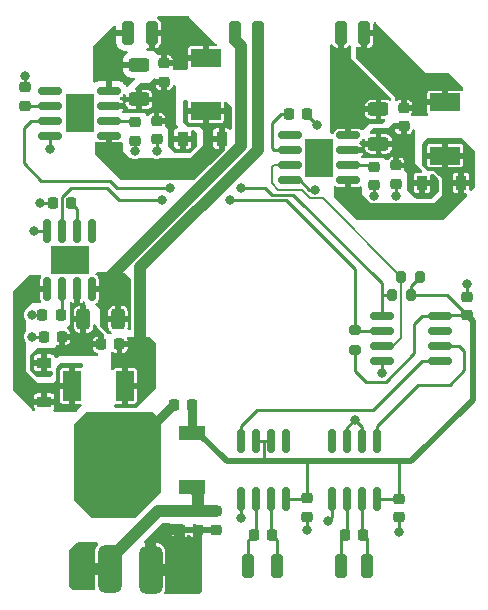
<source format=gtl>
%TF.GenerationSoftware,KiCad,Pcbnew,(5.99.0-11336-g5116fa6d12)*%
%TF.CreationDate,2021-07-16T01:16:28+02:00*%
%TF.ProjectId,WS2811_3W,57533238-3131-45f3-9357-2e6b69636164,rev?*%
%TF.SameCoordinates,Original*%
%TF.FileFunction,Copper,L1,Top*%
%TF.FilePolarity,Positive*%
%FSLAX46Y46*%
G04 Gerber Fmt 4.6, Leading zero omitted, Abs format (unit mm)*
G04 Created by KiCad (PCBNEW (5.99.0-11336-g5116fa6d12)) date 2021-07-16 01:16:28*
%MOMM*%
%LPD*%
G01*
G04 APERTURE LIST*
G04 Aperture macros list*
%AMRoundRect*
0 Rectangle with rounded corners*
0 $1 Rounding radius*
0 $2 $3 $4 $5 $6 $7 $8 $9 X,Y pos of 4 corners*
0 Add a 4 corners polygon primitive as box body*
4,1,4,$2,$3,$4,$5,$6,$7,$8,$9,$2,$3,0*
0 Add four circle primitives for the rounded corners*
1,1,$1+$1,$2,$3*
1,1,$1+$1,$4,$5*
1,1,$1+$1,$6,$7*
1,1,$1+$1,$8,$9*
0 Add four rect primitives between the rounded corners*
20,1,$1+$1,$2,$3,$4,$5,0*
20,1,$1+$1,$4,$5,$6,$7,0*
20,1,$1+$1,$6,$7,$8,$9,0*
20,1,$1+$1,$8,$9,$2,$3,0*%
G04 Aperture macros list end*
%TA.AperFunction,SMDPad,CuDef*%
%ADD10R,2.200000X1.200000*%
%TD*%
%TA.AperFunction,SMDPad,CuDef*%
%ADD11R,6.400000X5.800000*%
%TD*%
%TA.AperFunction,SMDPad,CuDef*%
%ADD12R,0.900000X1.200000*%
%TD*%
%TA.AperFunction,SMDPad,CuDef*%
%ADD13R,1.200000X0.900000*%
%TD*%
%TA.AperFunction,SMDPad,CuDef*%
%ADD14RoundRect,0.250000X-0.250000X-0.750000X0.250000X-0.750000X0.250000X0.750000X-0.250000X0.750000X0*%
%TD*%
%TA.AperFunction,SMDPad,CuDef*%
%ADD15RoundRect,0.225000X-0.250000X0.225000X-0.250000X-0.225000X0.250000X-0.225000X0.250000X0.225000X0*%
%TD*%
%TA.AperFunction,SMDPad,CuDef*%
%ADD16RoundRect,0.225000X0.225000X0.250000X-0.225000X0.250000X-0.225000X-0.250000X0.225000X-0.250000X0*%
%TD*%
%TA.AperFunction,SMDPad,CuDef*%
%ADD17R,2.500000X1.500000*%
%TD*%
%TA.AperFunction,SMDPad,CuDef*%
%ADD18RoundRect,0.250000X0.250000X0.750000X-0.250000X0.750000X-0.250000X-0.750000X0.250000X-0.750000X0*%
%TD*%
%TA.AperFunction,SMDPad,CuDef*%
%ADD19RoundRect,0.225000X0.250000X-0.225000X0.250000X0.225000X-0.250000X0.225000X-0.250000X-0.225000X0*%
%TD*%
%TA.AperFunction,SMDPad,CuDef*%
%ADD20RoundRect,0.500000X-0.500000X-1.500000X0.500000X-1.500000X0.500000X1.500000X-0.500000X1.500000X0*%
%TD*%
%TA.AperFunction,SMDPad,CuDef*%
%ADD21RoundRect,0.250000X-0.312500X-0.625000X0.312500X-0.625000X0.312500X0.625000X-0.312500X0.625000X0*%
%TD*%
%TA.AperFunction,SMDPad,CuDef*%
%ADD22RoundRect,0.150000X-0.150000X0.825000X-0.150000X-0.825000X0.150000X-0.825000X0.150000X0.825000X0*%
%TD*%
%TA.AperFunction,SMDPad,CuDef*%
%ADD23R,3.300000X2.410000*%
%TD*%
%TA.AperFunction,SMDPad,CuDef*%
%ADD24RoundRect,0.250000X0.625000X-0.312500X0.625000X0.312500X-0.625000X0.312500X-0.625000X-0.312500X0*%
%TD*%
%TA.AperFunction,SMDPad,CuDef*%
%ADD25RoundRect,0.225000X-0.225000X-0.250000X0.225000X-0.250000X0.225000X0.250000X-0.225000X0.250000X0*%
%TD*%
%TA.AperFunction,SMDPad,CuDef*%
%ADD26RoundRect,0.200000X0.200000X0.275000X-0.200000X0.275000X-0.200000X-0.275000X0.200000X-0.275000X0*%
%TD*%
%TA.AperFunction,SMDPad,CuDef*%
%ADD27R,1.500000X2.500000*%
%TD*%
%TA.AperFunction,SMDPad,CuDef*%
%ADD28RoundRect,0.150000X-0.825000X-0.150000X0.825000X-0.150000X0.825000X0.150000X-0.825000X0.150000X0*%
%TD*%
%TA.AperFunction,SMDPad,CuDef*%
%ADD29R,2.410000X3.300000*%
%TD*%
%TA.AperFunction,SMDPad,CuDef*%
%ADD30RoundRect,0.500000X0.500000X1.500000X-0.500000X1.500000X-0.500000X-1.500000X0.500000X-1.500000X0*%
%TD*%
%TA.AperFunction,SMDPad,CuDef*%
%ADD31RoundRect,0.200000X0.275000X-0.200000X0.275000X0.200000X-0.275000X0.200000X-0.275000X-0.200000X0*%
%TD*%
%TA.AperFunction,ViaPad*%
%ADD32C,0.800000*%
%TD*%
%TA.AperFunction,Conductor*%
%ADD33C,0.250000*%
%TD*%
%TA.AperFunction,Conductor*%
%ADD34C,0.750000*%
%TD*%
%TA.AperFunction,Conductor*%
%ADD35C,0.500000*%
%TD*%
%TA.AperFunction,Conductor*%
%ADD36C,1.000000*%
%TD*%
%TA.AperFunction,Conductor*%
%ADD37C,0.200000*%
%TD*%
G04 APERTURE END LIST*
D10*
%TO.P,U4,1,VI*%
%TO.N,VCC*%
X88060000Y-102190000D03*
%TO.P,U4,3,VO*%
%TO.N,+5V*%
X88060000Y-97630000D03*
D11*
%TO.P,U4,2,GND*%
%TO.N,GND*%
X81760000Y-99910000D03*
%TD*%
D12*
%TO.P,D6,1,K*%
%TO.N,VCC*%
X107518401Y-76454799D03*
%TO.P,D6,2,A*%
%TO.N,Net-(D6-Pad2)*%
X110818401Y-76454799D03*
%TD*%
D13*
%TO.P,D5,1,K*%
%TO.N,VCC*%
X75539600Y-91669600D03*
%TO.P,D5,2,A*%
%TO.N,Net-(D5-Pad2)*%
X75539600Y-94969600D03*
%TD*%
D12*
%TO.P,D4,1,K*%
%TO.N,VCC*%
X87250000Y-72694800D03*
%TO.P,D4,2,A*%
%TO.N,Net-(D4-Pad2)*%
X90550000Y-72694800D03*
%TD*%
D14*
%TO.P,J4,1,Pin_1*%
%TO.N,Net-(J4-Pad1)*%
X92760800Y-108915200D03*
%TD*%
D15*
%TO.P,C17,1*%
%TO.N,Net-(C17-Pad1)*%
X103478801Y-75070199D03*
%TO.P,C17,2*%
%TO.N,GND*%
X103478801Y-76620199D03*
%TD*%
D14*
%TO.P,J8,1,Pin_1*%
%TO.N,/DCDC_CC/OUT-*%
X84643999Y-63754000D03*
%TD*%
%TO.P,J3,1,Pin_1*%
%TO.N,Net-(J3-Pad1)*%
X95250000Y-108915200D03*
%TD*%
D16*
%TO.P,C14,1*%
%TO.N,VCC*%
X77025800Y-89458800D03*
%TO.P,C14,2*%
%TO.N,GND*%
X75475800Y-89458800D03*
%TD*%
D14*
%TO.P,J12,1,Pin_1*%
%TO.N,/DCDC_CC2/OUT-*%
X102643999Y-63754000D03*
%TD*%
D15*
%TO.P,C3,1*%
%TO.N,+5V*%
X97739200Y-103161800D03*
%TO.P,C3,2*%
%TO.N,GND*%
X97739200Y-104711800D03*
%TD*%
D17*
%TO.P,L1,1,1*%
%TO.N,Net-(D4-Pad2)*%
X89204800Y-70372800D03*
%TO.P,L1,2,2*%
%TO.N,/DCDC_CC/OUT-*%
X89204800Y-65872800D03*
%TD*%
D18*
%TO.P,J7,1,Pin_1*%
%TO.N,/DCDC_CC/OUT+*%
X82643999Y-63754000D03*
%TD*%
D16*
%TO.P,C15,1*%
%TO.N,/DCDC_CC1/OUT-*%
X81902600Y-90119200D03*
%TO.P,C15,2*%
%TO.N,VCC*%
X80352600Y-90119200D03*
%TD*%
D14*
%TO.P,J11,1,Pin_1*%
%TO.N,/DCDC_CC2/OUT+*%
X100643999Y-63754000D03*
%TD*%
D19*
%TO.P,C2,1*%
%TO.N,+5V*%
X111302800Y-87643000D03*
%TO.P,C2,2*%
%TO.N,GND*%
X111302800Y-86093000D03*
%TD*%
D15*
%TO.P,C19,1*%
%TO.N,/DCDC_CC2/OUT-*%
X105968001Y-70091799D03*
%TO.P,C19,2*%
%TO.N,VCC*%
X105968001Y-71641799D03*
%TD*%
%TO.P,C8,1*%
%TO.N,VCC*%
X88540000Y-104254000D03*
%TO.P,C8,2*%
%TO.N,GND*%
X88540000Y-105804000D03*
%TD*%
D20*
%TO.P,J6,1,Pin_1*%
%TO.N,GND*%
X84531200Y-109194600D03*
%TD*%
D21*
%TO.P,R3,1*%
%TO.N,VCC*%
X78852300Y-87985600D03*
%TO.P,R3,2*%
%TO.N,/DCDC_CC1/OUT+*%
X81777300Y-87985600D03*
%TD*%
D14*
%TO.P,J10,1,Pin_1*%
%TO.N,/DCDC_CC1/OUT-*%
X93643999Y-63754000D03*
%TD*%
D15*
%TO.P,C9,1*%
%TO.N,VCC*%
X90043000Y-104254000D03*
%TO.P,C9,2*%
%TO.N,GND*%
X90043000Y-105804000D03*
%TD*%
%TO.P,C5,1*%
%TO.N,VCC*%
X86995000Y-104254000D03*
%TO.P,C5,2*%
%TO.N,GND*%
X86995000Y-105804000D03*
%TD*%
D22*
%TO.P,U6,1,OVP*%
%TO.N,unconnected-(U6-Pad1)*%
X79578200Y-80481400D03*
%TO.P,U6,2,COMP*%
%TO.N,Net-(C12-Pad1)*%
X78308200Y-80481400D03*
%TO.P,U6,3,DIM*%
%TO.N,DIM_G*%
X77038200Y-80481400D03*
%TO.P,U6,4,GND*%
%TO.N,GND*%
X75768200Y-80481400D03*
%TO.P,U6,5,SW*%
%TO.N,Net-(D5-Pad2)*%
X75768200Y-85431400D03*
%TO.P,U6,6,VDD*%
%TO.N,Net-(C13-Pad1)*%
X77038200Y-85431400D03*
%TO.P,U6,7,VOUT*%
%TO.N,VCC*%
X78308200Y-85431400D03*
%TO.P,U6,8,CS*%
%TO.N,/DCDC_CC1/OUT+*%
X79578200Y-85431400D03*
D23*
%TO.P,U6,9*%
%TO.N,N/C*%
X77673200Y-82956400D03*
%TD*%
D24*
%TO.P,R5,1*%
%TO.N,VCC*%
X103834401Y-73142099D03*
%TO.P,R5,2*%
%TO.N,/DCDC_CC2/OUT+*%
X103834401Y-70217099D03*
%TD*%
D16*
%TO.P,R1,1*%
%TO.N,Net-(J1-Pad1)*%
X102527400Y-106222800D03*
%TO.P,R1,2*%
%TO.N,Net-(J2-Pad1)*%
X100977400Y-106222800D03*
%TD*%
%TO.P,C12,1*%
%TO.N,Net-(C12-Pad1)*%
X77813200Y-78181200D03*
%TO.P,C12,2*%
%TO.N,GND*%
X76263200Y-78181200D03*
%TD*%
D25*
%TO.P,C16,1*%
%TO.N,Net-(C16-Pad1)*%
X96253000Y-70612000D03*
%TO.P,C16,2*%
%TO.N,GND*%
X97803000Y-70612000D03*
%TD*%
D26*
%TO.P,R7,1*%
%TO.N,+5V*%
X107352600Y-84378800D03*
%TO.P,R7,2*%
%TO.N,DIM_B*%
X105702600Y-84378800D03*
%TD*%
D16*
%TO.P,C13,1*%
%TO.N,Net-(C13-Pad1)*%
X76924200Y-87630000D03*
%TO.P,C13,2*%
%TO.N,GND*%
X75374200Y-87630000D03*
%TD*%
D27*
%TO.P,L2,1,1*%
%TO.N,Net-(D5-Pad2)*%
X77861600Y-93624400D03*
%TO.P,L2,2,2*%
%TO.N,/DCDC_CC1/OUT-*%
X82361600Y-93624400D03*
%TD*%
D15*
%TO.P,C6,1*%
%TO.N,Net-(C6-Pad1)*%
X83210400Y-71310200D03*
%TO.P,C6,2*%
%TO.N,GND*%
X83210400Y-72860200D03*
%TD*%
D22*
%TO.P,U3,1,RO*%
%TO.N,unconnected-(U3-Pad1)*%
X95986600Y-98261400D03*
%TO.P,U3,2,~RE*%
%TO.N,+5V*%
X94716600Y-98261400D03*
%TO.P,U3,3,DE*%
X93446600Y-98261400D03*
%TO.P,U3,4,DI*%
%TO.N,WS_DO*%
X92176600Y-98261400D03*
%TO.P,U3,5,GND*%
%TO.N,GND*%
X92176600Y-103211400D03*
%TO.P,U3,6,A*%
%TO.N,Net-(J4-Pad1)*%
X93446600Y-103211400D03*
%TO.P,U3,7,B*%
%TO.N,Net-(J3-Pad1)*%
X94716600Y-103211400D03*
%TO.P,U3,8,VCC*%
%TO.N,+5V*%
X95986600Y-103211400D03*
%TD*%
D28*
%TO.P,U7,1,OVP*%
%TO.N,unconnected-(U7-Pad1)*%
X96330201Y-72416199D03*
%TO.P,U7,2,COMP*%
%TO.N,Net-(C16-Pad1)*%
X96330201Y-73686199D03*
%TO.P,U7,3,DIM*%
%TO.N,DIM_B*%
X96330201Y-74956199D03*
%TO.P,U7,4,GND*%
%TO.N,GND*%
X96330201Y-76226199D03*
%TO.P,U7,5,SW*%
%TO.N,Net-(D6-Pad2)*%
X101280201Y-76226199D03*
%TO.P,U7,6,VDD*%
%TO.N,Net-(C17-Pad1)*%
X101280201Y-74956199D03*
%TO.P,U7,7,VOUT*%
%TO.N,VCC*%
X101280201Y-73686199D03*
%TO.P,U7,8,CS*%
%TO.N,/DCDC_CC2/OUT+*%
X101280201Y-72416199D03*
D29*
%TO.P,U7,9*%
%TO.N,N/C*%
X98805201Y-74321199D03*
%TD*%
D30*
%TO.P,J5,1,Pin_1*%
%TO.N,VCC*%
X81102200Y-109143800D03*
%TD*%
D15*
%TO.P,C1,1*%
%TO.N,+5V*%
X105562400Y-103212600D03*
%TO.P,C1,2*%
%TO.N,GND*%
X105562400Y-104762600D03*
%TD*%
D18*
%TO.P,J2,1,Pin_1*%
%TO.N,Net-(J2-Pad1)*%
X100685600Y-108915200D03*
%TD*%
D15*
%TO.P,C11,1*%
%TO.N,VCC*%
X85039200Y-71208600D03*
%TO.P,C11,2*%
%TO.N,GND*%
X85039200Y-72758600D03*
%TD*%
D16*
%TO.P,R2,1*%
%TO.N,Net-(J3-Pad1)*%
X94805800Y-106222800D03*
%TO.P,R2,2*%
%TO.N,Net-(J4-Pad1)*%
X93255800Y-106222800D03*
%TD*%
D28*
%TO.P,U5,1,OVP*%
%TO.N,unconnected-(U5-Pad1)*%
X76061800Y-68656200D03*
%TO.P,U5,2,COMP*%
%TO.N,Net-(C4-Pad1)*%
X76061800Y-69926200D03*
%TO.P,U5,3,DIM*%
%TO.N,DIM_R*%
X76061800Y-71196200D03*
%TO.P,U5,4,GND*%
%TO.N,GND*%
X76061800Y-72466200D03*
%TO.P,U5,5,SW*%
%TO.N,Net-(D4-Pad2)*%
X81011800Y-72466200D03*
%TO.P,U5,6,VDD*%
%TO.N,Net-(C6-Pad1)*%
X81011800Y-71196200D03*
%TO.P,U5,7,VOUT*%
%TO.N,VCC*%
X81011800Y-69926200D03*
%TO.P,U5,8,CS*%
%TO.N,/DCDC_CC/OUT+*%
X81011800Y-68656200D03*
D29*
%TO.P,U5,9*%
%TO.N,N/C*%
X78536800Y-70561200D03*
%TD*%
D24*
%TO.P,R4,1*%
%TO.N,VCC*%
X83566000Y-69382100D03*
%TO.P,R4,2*%
%TO.N,/DCDC_CC/OUT+*%
X83566000Y-66457100D03*
%TD*%
D19*
%TO.P,C4,1*%
%TO.N,Net-(C4-Pad1)*%
X73863200Y-69913800D03*
%TO.P,C4,2*%
%TO.N,GND*%
X73863200Y-68363800D03*
%TD*%
D15*
%TO.P,C7,1*%
%TO.N,/DCDC_CC/OUT-*%
X85699600Y-66331800D03*
%TO.P,C7,2*%
%TO.N,VCC*%
X85699600Y-67881800D03*
%TD*%
D22*
%TO.P,U1,1,RO*%
%TO.N,WS_DIN*%
X103708200Y-98261400D03*
%TO.P,U1,2,~RE*%
%TO.N,GND*%
X102438200Y-98261400D03*
%TO.P,U1,3,DE*%
X101168200Y-98261400D03*
%TO.P,U1,4,DI*%
%TO.N,unconnected-(U1-Pad4)*%
X99898200Y-98261400D03*
%TO.P,U1,5,GND*%
%TO.N,GND*%
X99898200Y-103211400D03*
%TO.P,U1,6,A*%
%TO.N,Net-(J2-Pad1)*%
X101168200Y-103211400D03*
%TO.P,U1,7,B*%
%TO.N,Net-(J1-Pad1)*%
X102438200Y-103211400D03*
%TO.P,U1,8,VCC*%
%TO.N,+5V*%
X103708200Y-103211400D03*
%TD*%
D16*
%TO.P,C10,1*%
%TO.N,+5V*%
X88049400Y-95250000D03*
%TO.P,C10,2*%
%TO.N,GND*%
X86499400Y-95250000D03*
%TD*%
D28*
%TO.P,U2,1,OUTR*%
%TO.N,DIM_R*%
X104103400Y-87706200D03*
%TO.P,U2,2,OUTG*%
%TO.N,DIM_G*%
X104103400Y-88976200D03*
%TO.P,U2,3,OUTB*%
%TO.N,DIM_B*%
X104103400Y-90246200D03*
%TO.P,U2,4,GND*%
%TO.N,GND*%
X104103400Y-91516200D03*
%TO.P,U2,5,DO*%
%TO.N,WS_DO*%
X109053400Y-91516200D03*
%TO.P,U2,6,DIN*%
%TO.N,WS_DIN*%
X109053400Y-90246200D03*
%TO.P,U2,7,SET*%
%TO.N,unconnected-(U2-Pad7)*%
X109053400Y-88976200D03*
%TO.P,U2,8,VDD*%
%TO.N,+5V*%
X109053400Y-87706200D03*
%TD*%
D17*
%TO.P,L3,1,1*%
%TO.N,Net-(D6-Pad2)*%
X109473201Y-74132799D03*
%TO.P,L3,2,2*%
%TO.N,/DCDC_CC2/OUT-*%
X109473201Y-69632799D03*
%TD*%
D14*
%TO.P,J1,1,Pin_1*%
%TO.N,Net-(J1-Pad1)*%
X102819200Y-108915200D03*
%TD*%
D26*
%TO.P,R6,1*%
%TO.N,+5V*%
X106590600Y-85953600D03*
%TO.P,R6,2*%
%TO.N,DIM_R*%
X104940600Y-85953600D03*
%TD*%
D18*
%TO.P,J9,1,Pin_1*%
%TO.N,/DCDC_CC1/OUT+*%
X91643999Y-63754000D03*
%TD*%
D31*
%TO.P,R8,1*%
%TO.N,+5V*%
X101854000Y-90588600D03*
%TO.P,R8,2*%
%TO.N,DIM_G*%
X101854000Y-88938600D03*
%TD*%
D15*
%TO.P,C18,1*%
%TO.N,VCC*%
X105307601Y-74968599D03*
%TO.P,C18,2*%
%TO.N,GND*%
X105307601Y-76518599D03*
%TD*%
D32*
%TO.N,GND*%
X79552800Y-96367600D03*
X81584800Y-96367600D03*
X82600800Y-96367600D03*
X83616800Y-96367600D03*
X80568800Y-96367600D03*
X84632800Y-96367600D03*
X80924400Y-104394000D03*
X81940400Y-104394000D03*
X82956400Y-104394000D03*
X79908400Y-104394000D03*
X81940400Y-103479600D03*
X83972400Y-103479600D03*
X82956400Y-103479600D03*
X79908400Y-103479600D03*
X80924400Y-103479600D03*
X78892400Y-103479600D03*
X88341200Y-110794800D03*
X87325200Y-110794800D03*
X86309200Y-110794800D03*
X88341200Y-109931200D03*
X87325200Y-109931200D03*
X86309200Y-109931200D03*
X88341200Y-108915200D03*
X87325200Y-108915200D03*
X86309200Y-108915200D03*
X88341200Y-107899200D03*
X87325200Y-107899200D03*
X86309200Y-107899200D03*
X88341200Y-106883200D03*
X87325200Y-106883200D03*
X86309200Y-106883200D03*
X85039200Y-73761600D03*
X76061800Y-73572600D03*
X83210400Y-73761600D03*
X104089200Y-92557600D03*
X98602800Y-71526400D03*
X99542600Y-105079800D03*
X92176600Y-104825800D03*
X74472800Y-87630000D03*
X98450400Y-77012800D03*
X105562400Y-105968800D03*
X73863200Y-67360800D03*
X101803200Y-96520000D03*
X97739200Y-105867200D03*
X75184000Y-78181200D03*
X111302800Y-85001400D03*
X74472800Y-89458800D03*
X103478801Y-77521599D03*
X74661800Y-80481400D03*
X105307601Y-77521599D03*
%TO.N,VCC*%
X79146400Y-108305600D03*
X78282800Y-107848400D03*
X78282800Y-109931200D03*
X105410000Y-72796400D03*
X79197200Y-109321600D03*
X105867200Y-73761600D03*
X79146400Y-90068400D03*
X78232000Y-89611200D03*
X106426000Y-72796400D03*
X85140800Y-69088000D03*
X86156800Y-69088000D03*
X78232000Y-90576400D03*
X78282800Y-108864400D03*
X79121000Y-107340400D03*
X85648800Y-69951600D03*
X79171800Y-110337600D03*
%TO.N,DIM_R*%
X86207600Y-76860400D03*
X92202000Y-76860400D03*
%TO.N,DIM_G*%
X91236800Y-77927200D03*
X85496400Y-77927200D03*
%TD*%
D33*
%TO.N,+5V*%
X107518200Y-87706200D02*
X109053400Y-87706200D01*
X106832400Y-88392000D02*
X107518200Y-87706200D01*
X106832400Y-90881200D02*
X106832400Y-88392000D01*
X104431489Y-93282111D02*
X106832400Y-90881200D01*
X102781711Y-93282111D02*
X104431489Y-93282111D01*
X101854000Y-92354400D02*
X102781711Y-93282111D01*
X101854000Y-90588600D02*
X101854000Y-92354400D01*
D34*
%TO.N,GND*%
X86499400Y-95250000D02*
X86420000Y-95250000D01*
X86420000Y-95250000D02*
X81760000Y-99910000D01*
%TO.N,+5V*%
X88049400Y-97619400D02*
X88060000Y-97630000D01*
X88049400Y-95250000D02*
X88049400Y-97619400D01*
D35*
X88587600Y-97630000D02*
X88060000Y-97630000D01*
X90982800Y-100025200D02*
X88587600Y-97630000D01*
X94030800Y-100025200D02*
X90982800Y-100025200D01*
D36*
%TO.N,VCC*%
X85128400Y-104254000D02*
X86995000Y-104254000D01*
X81102200Y-108280200D02*
X85128400Y-104254000D01*
X81102200Y-109143800D02*
X81102200Y-108280200D01*
X88540000Y-102670000D02*
X88060000Y-102190000D01*
X88540000Y-104254000D02*
X88540000Y-102670000D01*
X88540000Y-104254000D02*
X90043000Y-104254000D01*
X86995000Y-104254000D02*
X88540000Y-104254000D01*
D35*
%TO.N,GND*%
X88540000Y-105804000D02*
X90043000Y-105804000D01*
X86995000Y-105804000D02*
X88540000Y-105804000D01*
D33*
%TO.N,+5V*%
X93446600Y-98261400D02*
X94118200Y-98261400D01*
X105562400Y-103212600D02*
X105562400Y-100025200D01*
X103708200Y-103211400D02*
X105586000Y-103211400D01*
D35*
X106578400Y-100025200D02*
X111810800Y-94792800D01*
D33*
X109613400Y-85953600D02*
X111302800Y-87643000D01*
X109118400Y-87641200D02*
X109053400Y-87706200D01*
D35*
X97637600Y-100025200D02*
X105562400Y-100025200D01*
D33*
X97762800Y-103138200D02*
X97739200Y-103161800D01*
X97739200Y-103161800D02*
X97701400Y-103161800D01*
X105589600Y-103239800D02*
X105562400Y-103212600D01*
X111302800Y-87643000D02*
X109116600Y-87643000D01*
D35*
X111810800Y-88151000D02*
X111302800Y-87643000D01*
D33*
X94118200Y-99937800D02*
X94030800Y-100025200D01*
X106590600Y-85953600D02*
X106590600Y-85140800D01*
D35*
X111810800Y-94792800D02*
X111810800Y-88151000D01*
D33*
X97739200Y-103161800D02*
X97739200Y-100126800D01*
D35*
X105562400Y-100025200D02*
X106578400Y-100025200D01*
D33*
X106590600Y-85140800D02*
X107352600Y-84378800D01*
X106590600Y-85953600D02*
X109613400Y-85953600D01*
X94118200Y-98261400D02*
X94716600Y-98261400D01*
X94118200Y-98261400D02*
X94118200Y-99937800D01*
X95986600Y-103211400D02*
X97766400Y-103211400D01*
X109116600Y-87643000D02*
X109053400Y-87706200D01*
D35*
X94030800Y-100025200D02*
X97637600Y-100025200D01*
D33*
%TO.N,GND*%
X101168200Y-98261400D02*
X101168200Y-97155000D01*
X75475800Y-87630000D02*
X74472800Y-87630000D01*
X83210400Y-72758600D02*
X83210400Y-73761600D01*
X96330201Y-76226199D02*
X97155799Y-76226199D01*
X102438200Y-98261400D02*
X102438200Y-97155000D01*
X99898200Y-103211400D02*
X99898200Y-104724200D01*
X104103400Y-91516200D02*
X104103400Y-92543400D01*
X111302800Y-85001400D02*
X111302800Y-84950600D01*
X99542600Y-105079800D02*
X99466400Y-105156000D01*
X111302800Y-86093000D02*
X111302800Y-85001400D01*
X102438200Y-97155000D02*
X101803200Y-96520000D01*
X73863200Y-68363800D02*
X73863200Y-67360800D01*
X76061800Y-72466200D02*
X76061800Y-73572600D01*
X103478801Y-76518599D02*
X103478801Y-77521599D01*
X97803000Y-70612000D02*
X97803000Y-70726600D01*
X85039200Y-72758600D02*
X85039200Y-73660000D01*
X101168200Y-97155000D02*
X101803200Y-96520000D01*
X76288600Y-78181200D02*
X75184000Y-78181200D01*
X75768200Y-80481400D02*
X74661800Y-80481400D01*
X97739200Y-104711800D02*
X97739200Y-105867200D01*
X92176600Y-103211400D02*
X92176600Y-104825800D01*
X99898200Y-104724200D02*
X99542600Y-105079800D01*
X97803000Y-70726600D02*
X98602800Y-71526400D01*
X97942400Y-77012800D02*
X98450400Y-77012800D01*
X97155799Y-76226199D02*
X97942400Y-77012800D01*
X104103400Y-92543400D02*
X104089200Y-92557600D01*
X105562400Y-104762600D02*
X105562400Y-105968800D01*
X105307601Y-76518599D02*
X105307601Y-77419999D01*
X75475800Y-89458800D02*
X74574400Y-89458800D01*
%TO.N,Net-(C4-Pad1)*%
X73863200Y-69913800D02*
X76049400Y-69913800D01*
X76049400Y-69913800D02*
X76061800Y-69926200D01*
%TO.N,Net-(C6-Pad1)*%
X83198000Y-71196200D02*
X83210400Y-71208600D01*
X81011800Y-71196200D02*
X83198000Y-71196200D01*
%TO.N,Net-(C12-Pad1)*%
X78308200Y-78650800D02*
X77838600Y-78181200D01*
X78320600Y-80469000D02*
X78308200Y-80481400D01*
X78308200Y-80481400D02*
X78308200Y-78650800D01*
%TO.N,Net-(C13-Pad1)*%
X77038200Y-85431400D02*
X77038200Y-87617600D01*
X77038200Y-87617600D02*
X77025800Y-87630000D01*
D36*
%TO.N,/DCDC_CC1/OUT-*%
X93624400Y-73629178D02*
X83667600Y-83585978D01*
X93624400Y-63773599D02*
X93624400Y-73629178D01*
X83667600Y-83585978D02*
X83667600Y-90881200D01*
X93643999Y-63754000D02*
X93624400Y-63773599D01*
D33*
%TO.N,Net-(C16-Pad1)*%
X95554800Y-70612000D02*
X94792800Y-71374000D01*
X94792800Y-71374000D02*
X94792800Y-73456800D01*
X96253000Y-70612000D02*
X95554800Y-70612000D01*
X94792800Y-73456800D02*
X95022199Y-73686199D01*
X95022199Y-73686199D02*
X96330201Y-73686199D01*
%TO.N,Net-(C17-Pad1)*%
X103466401Y-74956199D02*
X103478801Y-74968599D01*
X101280201Y-74956199D02*
X103466401Y-74956199D01*
D36*
%TO.N,/DCDC_CC1/OUT+*%
X91643999Y-64313599D02*
X92202000Y-64871600D01*
X92202000Y-64871600D02*
X92202000Y-73355200D01*
X91643999Y-63754000D02*
X91643999Y-64313599D01*
X81127600Y-84429600D02*
X81127600Y-85648800D01*
X92202000Y-73355200D02*
X81127600Y-84429600D01*
D33*
%TO.N,Net-(J1-Pad1)*%
X102438200Y-106133600D02*
X102527400Y-106222800D01*
X102819200Y-106514600D02*
X102527400Y-106222800D01*
X102438200Y-103211400D02*
X102438200Y-106133600D01*
X102819200Y-108915200D02*
X102819200Y-106514600D01*
%TO.N,Net-(J2-Pad1)*%
X100685600Y-106514600D02*
X100977400Y-106222800D01*
X100685600Y-108915200D02*
X100685600Y-106514600D01*
X101168200Y-106032000D02*
X100977400Y-106222800D01*
X101168200Y-103211400D02*
X101168200Y-106032000D01*
%TO.N,Net-(J3-Pad1)*%
X95250000Y-106667000D02*
X94805800Y-106222800D01*
X94716600Y-106133600D02*
X94805800Y-106222800D01*
X95250000Y-108915200D02*
X95250000Y-106667000D01*
X94716600Y-103211400D02*
X94716600Y-106133600D01*
%TO.N,Net-(J4-Pad1)*%
X93446600Y-103211400D02*
X93446600Y-106032000D01*
X92760800Y-108915200D02*
X92760800Y-106717800D01*
X92760800Y-106717800D02*
X93255800Y-106222800D01*
X93446600Y-106032000D02*
X93255800Y-106222800D01*
%TO.N,WS_DIN*%
X107188000Y-93522800D02*
X109880400Y-93522800D01*
X103708200Y-97002600D02*
X107188000Y-93522800D01*
X110667800Y-90246200D02*
X109053400Y-90246200D01*
X111099600Y-90678000D02*
X110667800Y-90246200D01*
X111099600Y-92303600D02*
X111099600Y-90678000D01*
X109880400Y-93522800D02*
X111099600Y-92303600D01*
X103708200Y-98261400D02*
X103708200Y-97002600D01*
%TO.N,DIM_R*%
X73812400Y-74777600D02*
X75285600Y-76250800D01*
X86207600Y-76860400D02*
X81686400Y-76860400D01*
X104103400Y-84951800D02*
X104103400Y-85990200D01*
X81076800Y-76250800D02*
X81686400Y-76860400D01*
X75086800Y-71196200D02*
X75061400Y-71170800D01*
X96588920Y-77437320D02*
X104103400Y-84951800D01*
X94810920Y-77437320D02*
X96588920Y-77437320D01*
X76061800Y-71196200D02*
X75086800Y-71196200D01*
X74422000Y-71170800D02*
X73812400Y-71780400D01*
X73812400Y-71780400D02*
X73812400Y-74777600D01*
X92202000Y-76860400D02*
X94234000Y-76860400D01*
X75061400Y-71170800D02*
X74422000Y-71170800D01*
X94234000Y-76860400D02*
X94810920Y-77437320D01*
X104140000Y-85953600D02*
X104103400Y-85990200D01*
X104103400Y-85990200D02*
X104103400Y-87706200D01*
X75285600Y-76250800D02*
X81076800Y-76250800D01*
X104940600Y-85953600D02*
X104140000Y-85953600D01*
%TO.N,DIM_G*%
X101803200Y-88887800D02*
X101803200Y-83769200D01*
X101891600Y-88976200D02*
X101854000Y-88938600D01*
X78740000Y-76911200D02*
X80822800Y-76911200D01*
X95961200Y-77927200D02*
X91236800Y-77927200D01*
X101854000Y-88938600D02*
X101803200Y-88887800D01*
X80822800Y-76911200D02*
X81838800Y-77927200D01*
X78740000Y-76911200D02*
X79908400Y-76911200D01*
X81838800Y-77927200D02*
X85496400Y-77927200D01*
X77038200Y-80481400D02*
X77038200Y-77647800D01*
X101803200Y-83769200D02*
X95961200Y-77927200D01*
X77774800Y-76911200D02*
X78740000Y-76911200D01*
X104103400Y-88976200D02*
X101891600Y-88976200D01*
X77038200Y-77647800D02*
X77774800Y-76911200D01*
D37*
%TO.N,DIM_B*%
X94969801Y-74956199D02*
X94792800Y-75133200D01*
X99099111Y-77712311D02*
X105765600Y-84378800D01*
X105765600Y-89560400D02*
X105079800Y-90246200D01*
X105765600Y-84378800D02*
X105765600Y-89560400D01*
X96330201Y-74956199D02*
X94969801Y-74956199D01*
X94792800Y-75133200D02*
X94792800Y-76454000D01*
X94792800Y-76454000D02*
X95351600Y-77012800D01*
X98041550Y-77712311D02*
X99099111Y-77712311D01*
X95351600Y-77012800D02*
X97342038Y-77012800D01*
X97342038Y-77012800D02*
X98041550Y-77712311D01*
X105079800Y-90246200D02*
X104103400Y-90246200D01*
D33*
%TO.N,WS_DO*%
X92176600Y-97053400D02*
X93573600Y-95656400D01*
X107518200Y-91516200D02*
X109053400Y-91516200D01*
X92176600Y-98261400D02*
X92176600Y-97053400D01*
X103378000Y-95656400D02*
X107518200Y-91516200D01*
X93573600Y-95656400D02*
X103378000Y-95656400D01*
%TD*%
%TA.AperFunction,Conductor*%
%TO.N,Net-(D4-Pad2)*%
G36*
X87646035Y-69463602D02*
G01*
X87692528Y-69517258D01*
X87701493Y-69594183D01*
X87697007Y-69616737D01*
X87695800Y-69628987D01*
X87695800Y-70104685D01*
X87700275Y-70119924D01*
X87701665Y-70121129D01*
X87709348Y-70122800D01*
X90695685Y-70122800D01*
X90710924Y-70118325D01*
X90712129Y-70116935D01*
X90713800Y-70109252D01*
X90713800Y-69669710D01*
X90733802Y-69601589D01*
X90787458Y-69555096D01*
X90857732Y-69544992D01*
X90924940Y-69576829D01*
X91242491Y-69867917D01*
X91348341Y-69964946D01*
X91385041Y-70025721D01*
X91389200Y-70057827D01*
X91389200Y-71816951D01*
X91369198Y-71885072D01*
X91315542Y-71931565D01*
X91245268Y-71941669D01*
X91180688Y-71912175D01*
X91174105Y-71906046D01*
X91172825Y-71904766D01*
X91109435Y-71862410D01*
X91086943Y-71853094D01*
X91006068Y-71837007D01*
X90993813Y-71835800D01*
X90818115Y-71835800D01*
X90802876Y-71840275D01*
X90801671Y-71841665D01*
X90800000Y-71849348D01*
X90800000Y-73535686D01*
X90814004Y-73583381D01*
X90814004Y-73654377D01*
X90782203Y-73707973D01*
X90723744Y-73766432D01*
X90722015Y-73768129D01*
X89529627Y-74915522D01*
X88233130Y-76163095D01*
X88231366Y-76164792D01*
X88168411Y-76197613D01*
X88144000Y-76200000D01*
X82094190Y-76200000D01*
X82026069Y-76179998D01*
X82005095Y-76163095D01*
X79843705Y-74001705D01*
X79809679Y-73939393D01*
X79806800Y-73912610D01*
X79806800Y-73081614D01*
X79826802Y-73013493D01*
X79880458Y-72967000D01*
X79950732Y-72956896D01*
X79990002Y-72969347D01*
X80051565Y-73000714D01*
X80070192Y-73006767D01*
X80150115Y-73019425D01*
X80159958Y-73020200D01*
X80743685Y-73020200D01*
X80758924Y-73015725D01*
X80760129Y-73014335D01*
X80761800Y-73006652D01*
X80761800Y-72342200D01*
X80781802Y-72274079D01*
X80835458Y-72227586D01*
X80887800Y-72216200D01*
X81135800Y-72216200D01*
X81203921Y-72236202D01*
X81250414Y-72289858D01*
X81261800Y-72342200D01*
X81261800Y-73002085D01*
X81266275Y-73017324D01*
X81267665Y-73018529D01*
X81275348Y-73020200D01*
X81863642Y-73020200D01*
X81873485Y-73019425D01*
X81953408Y-73006767D01*
X81972035Y-73000714D01*
X82011198Y-72980760D01*
X82080974Y-72967656D01*
X82146759Y-72994356D01*
X82187665Y-73052384D01*
X82194400Y-73093027D01*
X82194400Y-73761600D01*
X82804000Y-74371200D01*
X82938448Y-74371200D01*
X82970422Y-74375324D01*
X83076917Y-74403262D01*
X83120922Y-74414807D01*
X83204877Y-74416126D01*
X83271719Y-74417176D01*
X83271722Y-74417176D01*
X83279316Y-74417295D01*
X83356524Y-74399612D01*
X83426328Y-74383625D01*
X83426330Y-74383624D01*
X83433732Y-74381929D01*
X83440311Y-74378620D01*
X83482831Y-74371200D01*
X84767248Y-74371200D01*
X84799222Y-74375324D01*
X84905717Y-74403262D01*
X84949722Y-74414807D01*
X85033677Y-74416126D01*
X85100519Y-74417176D01*
X85100522Y-74417176D01*
X85108116Y-74417295D01*
X85185324Y-74399612D01*
X85255128Y-74383625D01*
X85255130Y-74383624D01*
X85262532Y-74381929D01*
X85269111Y-74378620D01*
X85311631Y-74371200D01*
X87833200Y-74371200D01*
X89001600Y-73202800D01*
X89001600Y-72958348D01*
X89841000Y-72958348D01*
X89841000Y-73288613D01*
X89842207Y-73300868D01*
X89858294Y-73381743D01*
X89867610Y-73404235D01*
X89909966Y-73467625D01*
X89927175Y-73484834D01*
X89990565Y-73527190D01*
X90013057Y-73536506D01*
X90093932Y-73552593D01*
X90106187Y-73553800D01*
X90281885Y-73553800D01*
X90297124Y-73549325D01*
X90298329Y-73547935D01*
X90300000Y-73540252D01*
X90300000Y-72962915D01*
X90295525Y-72947676D01*
X90294135Y-72946471D01*
X90286452Y-72944800D01*
X89859115Y-72944800D01*
X89843876Y-72949275D01*
X89842671Y-72950665D01*
X89841000Y-72958348D01*
X89001600Y-72958348D01*
X89001600Y-72100987D01*
X89841000Y-72100987D01*
X89841000Y-72426685D01*
X89845475Y-72441924D01*
X89846865Y-72443129D01*
X89854548Y-72444800D01*
X90281885Y-72444800D01*
X90297124Y-72440325D01*
X90298329Y-72438935D01*
X90300000Y-72431252D01*
X90300000Y-71853915D01*
X90295525Y-71838676D01*
X90294135Y-71837471D01*
X90286452Y-71835800D01*
X90106187Y-71835800D01*
X90093932Y-71837007D01*
X90013057Y-71853094D01*
X89990565Y-71862410D01*
X89927175Y-71904766D01*
X89909966Y-71921975D01*
X89867610Y-71985365D01*
X89858294Y-72007857D01*
X89842207Y-72088732D01*
X89841000Y-72100987D01*
X89001600Y-72100987D01*
X89001600Y-71983600D01*
X88696800Y-71678800D01*
X87682190Y-71678800D01*
X87614069Y-71658798D01*
X87593095Y-71641895D01*
X87311305Y-71360105D01*
X87277279Y-71297793D01*
X87274400Y-71271010D01*
X87274400Y-70636348D01*
X87695800Y-70636348D01*
X87695800Y-71116613D01*
X87697007Y-71128868D01*
X87713094Y-71209743D01*
X87722410Y-71232235D01*
X87764766Y-71295625D01*
X87781975Y-71312834D01*
X87845365Y-71355190D01*
X87867857Y-71364506D01*
X87948732Y-71380593D01*
X87960987Y-71381800D01*
X88936685Y-71381800D01*
X88951924Y-71377325D01*
X88953129Y-71375935D01*
X88954800Y-71368252D01*
X88954800Y-70640915D01*
X88953459Y-70636348D01*
X89454800Y-70636348D01*
X89454800Y-71363685D01*
X89459275Y-71378924D01*
X89460665Y-71380129D01*
X89468348Y-71381800D01*
X90448613Y-71381800D01*
X90460868Y-71380593D01*
X90541743Y-71364506D01*
X90564235Y-71355190D01*
X90627625Y-71312834D01*
X90644834Y-71295625D01*
X90687190Y-71232235D01*
X90696506Y-71209743D01*
X90712593Y-71128868D01*
X90713800Y-71116613D01*
X90713800Y-70640915D01*
X90709325Y-70625676D01*
X90707935Y-70624471D01*
X90700252Y-70622800D01*
X89472915Y-70622800D01*
X89457676Y-70627275D01*
X89456471Y-70628665D01*
X89454800Y-70636348D01*
X88953459Y-70636348D01*
X88950325Y-70625676D01*
X88948935Y-70624471D01*
X88941252Y-70622800D01*
X87713915Y-70622800D01*
X87698676Y-70627275D01*
X87697471Y-70628665D01*
X87695800Y-70636348D01*
X87274400Y-70636348D01*
X87274400Y-69569600D01*
X87294402Y-69501479D01*
X87348058Y-69454986D01*
X87400400Y-69443600D01*
X87577914Y-69443600D01*
X87646035Y-69463602D01*
G37*
%TD.AperFunction*%
%TD*%
%TA.AperFunction,Conductor*%
%TO.N,Net-(D5-Pad2)*%
G36*
X75220907Y-84246402D02*
G01*
X75267400Y-84300058D01*
X75277504Y-84370332D01*
X75265053Y-84409602D01*
X75233686Y-84471165D01*
X75227633Y-84489792D01*
X75214975Y-84569715D01*
X75214200Y-84579558D01*
X75214200Y-85163285D01*
X75218675Y-85178524D01*
X75220065Y-85179729D01*
X75227748Y-85181400D01*
X75892200Y-85181400D01*
X75960321Y-85201402D01*
X76006814Y-85255058D01*
X76018200Y-85307400D01*
X76018200Y-85555400D01*
X75998198Y-85623521D01*
X75944542Y-85670014D01*
X75892200Y-85681400D01*
X75232315Y-85681400D01*
X75217076Y-85685875D01*
X75215871Y-85687265D01*
X75214200Y-85694948D01*
X75214200Y-86283242D01*
X75214975Y-86293085D01*
X75227633Y-86373008D01*
X75233686Y-86391635D01*
X75253640Y-86430798D01*
X75266744Y-86500574D01*
X75240044Y-86566359D01*
X75182016Y-86607265D01*
X75141373Y-86614000D01*
X74472800Y-86614000D01*
X73964800Y-87122000D01*
X73964800Y-87174656D01*
X73941887Y-87247106D01*
X73891750Y-87318444D01*
X73834206Y-87466037D01*
X73813529Y-87623096D01*
X73830913Y-87780553D01*
X73833523Y-87787684D01*
X73833523Y-87787686D01*
X73879905Y-87914431D01*
X73885353Y-87929319D01*
X73889588Y-87935622D01*
X73889591Y-87935627D01*
X73943382Y-88015677D01*
X73964800Y-88085952D01*
X73964800Y-89003456D01*
X73941887Y-89075906D01*
X73891750Y-89147244D01*
X73834206Y-89294837D01*
X73833214Y-89302370D01*
X73833214Y-89302371D01*
X73818480Y-89414292D01*
X73813529Y-89451896D01*
X73830913Y-89609353D01*
X73833523Y-89616484D01*
X73833523Y-89616486D01*
X73879905Y-89743231D01*
X73885353Y-89758119D01*
X73889588Y-89764422D01*
X73889591Y-89764427D01*
X73943382Y-89844477D01*
X73964800Y-89914752D01*
X73964800Y-92354400D01*
X75031600Y-93421200D01*
X76250800Y-93421200D01*
X76555600Y-93116400D01*
X76555600Y-92380587D01*
X76852600Y-92380587D01*
X76852600Y-93356285D01*
X76857075Y-93371524D01*
X76858465Y-93372729D01*
X76866148Y-93374400D01*
X77593485Y-93374400D01*
X77608724Y-93369925D01*
X77609929Y-93368535D01*
X77611600Y-93360852D01*
X77611600Y-92133515D01*
X77607125Y-92118276D01*
X77605735Y-92117071D01*
X77598052Y-92115400D01*
X77117787Y-92115400D01*
X77105532Y-92116607D01*
X77024657Y-92132694D01*
X77002165Y-92142010D01*
X76938775Y-92184366D01*
X76921566Y-92201575D01*
X76879210Y-92264965D01*
X76869894Y-92287457D01*
X76853807Y-92368332D01*
X76852600Y-92380587D01*
X76555600Y-92380587D01*
X76555600Y-92101790D01*
X76575602Y-92033669D01*
X76592505Y-92012695D01*
X76874295Y-91730905D01*
X76936607Y-91696879D01*
X76963390Y-91694000D01*
X78664800Y-91694000D01*
X78732921Y-91714002D01*
X78779414Y-91767658D01*
X78790800Y-91820000D01*
X78790800Y-91997514D01*
X78770798Y-92065635D01*
X78717142Y-92112128D01*
X78640217Y-92121093D01*
X78617663Y-92116607D01*
X78605413Y-92115400D01*
X78129715Y-92115400D01*
X78114476Y-92119875D01*
X78113271Y-92121265D01*
X78111600Y-92128948D01*
X78111600Y-95115285D01*
X78116075Y-95130524D01*
X78117465Y-95131729D01*
X78125148Y-95133400D01*
X78564690Y-95133400D01*
X78632811Y-95153402D01*
X78679304Y-95207058D01*
X78689408Y-95277332D01*
X78657571Y-95344540D01*
X78509069Y-95506543D01*
X78269454Y-95767941D01*
X78208679Y-95804641D01*
X78176573Y-95808800D01*
X76417449Y-95808800D01*
X76349328Y-95788798D01*
X76302835Y-95735142D01*
X76292731Y-95664868D01*
X76322225Y-95600288D01*
X76328354Y-95593705D01*
X76329634Y-95592425D01*
X76371990Y-95529035D01*
X76381306Y-95506543D01*
X76397393Y-95425668D01*
X76398600Y-95413413D01*
X76398600Y-95237715D01*
X76394125Y-95222476D01*
X76392735Y-95221271D01*
X76385052Y-95219600D01*
X74698715Y-95219600D01*
X74683476Y-95224075D01*
X74682271Y-95225465D01*
X74680600Y-95233148D01*
X74680600Y-95413413D01*
X74681807Y-95425668D01*
X74697894Y-95506543D01*
X74707210Y-95529033D01*
X74716827Y-95543427D01*
X74738040Y-95611180D01*
X74719256Y-95679647D01*
X74666437Y-95727089D01*
X74596355Y-95738444D01*
X74531258Y-95710107D01*
X74521275Y-95700799D01*
X73390602Y-94525787D01*
X74680600Y-94525787D01*
X74680600Y-94701485D01*
X74685075Y-94716724D01*
X74686465Y-94717929D01*
X74694148Y-94719600D01*
X75271485Y-94719600D01*
X75286724Y-94715125D01*
X75287929Y-94713735D01*
X75289600Y-94706052D01*
X75289600Y-94278715D01*
X75288259Y-94274148D01*
X75789600Y-94274148D01*
X75789600Y-94701485D01*
X75794075Y-94716724D01*
X75795465Y-94717929D01*
X75803148Y-94719600D01*
X76380485Y-94719600D01*
X76395724Y-94715125D01*
X76396929Y-94713735D01*
X76398600Y-94706052D01*
X76398600Y-94525787D01*
X76397393Y-94513532D01*
X76381306Y-94432657D01*
X76371990Y-94410165D01*
X76329634Y-94346775D01*
X76312425Y-94329566D01*
X76249035Y-94287210D01*
X76226543Y-94277894D01*
X76145668Y-94261807D01*
X76133413Y-94260600D01*
X75807715Y-94260600D01*
X75792476Y-94265075D01*
X75791271Y-94266465D01*
X75789600Y-94274148D01*
X75288259Y-94274148D01*
X75285125Y-94263476D01*
X75283735Y-94262271D01*
X75276052Y-94260600D01*
X74945787Y-94260600D01*
X74933532Y-94261807D01*
X74852657Y-94277894D01*
X74830165Y-94287210D01*
X74766775Y-94329566D01*
X74749566Y-94346775D01*
X74707210Y-94410165D01*
X74697894Y-94432657D01*
X74681807Y-94513532D01*
X74680600Y-94525787D01*
X73390602Y-94525787D01*
X72933208Y-94050456D01*
X72900387Y-93987501D01*
X72898000Y-93963090D01*
X72898000Y-93887948D01*
X76852600Y-93887948D01*
X76852600Y-94868213D01*
X76853807Y-94880468D01*
X76869894Y-94961343D01*
X76879210Y-94983835D01*
X76921566Y-95047225D01*
X76938775Y-95064434D01*
X77002165Y-95106790D01*
X77024657Y-95116106D01*
X77105532Y-95132193D01*
X77117787Y-95133400D01*
X77593485Y-95133400D01*
X77608724Y-95128925D01*
X77609929Y-95127535D01*
X77611600Y-95119852D01*
X77611600Y-93892515D01*
X77607125Y-93877276D01*
X77605735Y-93876071D01*
X77598052Y-93874400D01*
X76870715Y-93874400D01*
X76855476Y-93878875D01*
X76854271Y-93880265D01*
X76852600Y-93887948D01*
X72898000Y-93887948D01*
X72898000Y-85650190D01*
X72918002Y-85582069D01*
X72934905Y-85561095D01*
X74232695Y-84263305D01*
X74295007Y-84229279D01*
X74321790Y-84226400D01*
X75152786Y-84226400D01*
X75220907Y-84246402D01*
G37*
%TD.AperFunction*%
%TD*%
%TA.AperFunction,Conductor*%
%TO.N,/DCDC_CC2/OUT-*%
G36*
X103598979Y-62859186D02*
G01*
X103612540Y-62870940D01*
X107848400Y-67106800D01*
X109726610Y-67106800D01*
X109794731Y-67126802D01*
X109815705Y-67143705D01*
X110961095Y-68289095D01*
X110995121Y-68351407D01*
X110998000Y-68378190D01*
X110998000Y-68530333D01*
X110977998Y-68598454D01*
X110924342Y-68644947D01*
X110854068Y-68655051D01*
X110823782Y-68646742D01*
X110810144Y-68641093D01*
X110729269Y-68625006D01*
X110717014Y-68623799D01*
X109741316Y-68623799D01*
X109726077Y-68628274D01*
X109724872Y-68629664D01*
X109723201Y-68637347D01*
X109723201Y-69756799D01*
X109703199Y-69824920D01*
X109649543Y-69871413D01*
X109597201Y-69882799D01*
X107982316Y-69882799D01*
X107967077Y-69887274D01*
X107965872Y-69888664D01*
X107964201Y-69896347D01*
X107964201Y-70376612D01*
X107965408Y-70388867D01*
X107981495Y-70469742D01*
X107990811Y-70492234D01*
X108040060Y-70565940D01*
X108037035Y-70567961D01*
X108060874Y-70611617D01*
X108055809Y-70682432D01*
X108013262Y-70739268D01*
X107946742Y-70764079D01*
X107937753Y-70764400D01*
X106730567Y-70764400D01*
X106662446Y-70744398D01*
X106615953Y-70690742D01*
X106605849Y-70620468D01*
X106624834Y-70569868D01*
X106652415Y-70527316D01*
X106659871Y-70511178D01*
X106694657Y-70394862D01*
X106696935Y-70382511D01*
X106697001Y-70380736D01*
X106697001Y-70359914D01*
X106692526Y-70344675D01*
X106691136Y-70343470D01*
X106683453Y-70341799D01*
X105844001Y-70341799D01*
X105775880Y-70321797D01*
X105729387Y-70268141D01*
X105718001Y-70215799D01*
X105718001Y-69405914D01*
X105716660Y-69401347D01*
X106218001Y-69401347D01*
X106218001Y-69823684D01*
X106222476Y-69838923D01*
X106223866Y-69840128D01*
X106231549Y-69841799D01*
X106678886Y-69841799D01*
X106694125Y-69837324D01*
X106695330Y-69835934D01*
X106696538Y-69830381D01*
X106696365Y-69827963D01*
X106683749Y-69739863D01*
X106678762Y-69722808D01*
X106629402Y-69614248D01*
X106619824Y-69599271D01*
X106541981Y-69508930D01*
X106528588Y-69497247D01*
X106428523Y-69432388D01*
X106412380Y-69424929D01*
X106296064Y-69390143D01*
X106283713Y-69387865D01*
X106281938Y-69387799D01*
X106236116Y-69387799D01*
X106220877Y-69392274D01*
X106219672Y-69393664D01*
X106218001Y-69401347D01*
X105716660Y-69401347D01*
X105713526Y-69390675D01*
X105712136Y-69389470D01*
X105704453Y-69387799D01*
X105688085Y-69387799D01*
X105679165Y-69388435D01*
X105591065Y-69401051D01*
X105574010Y-69406038D01*
X105465450Y-69455398D01*
X105450473Y-69464976D01*
X105415048Y-69495500D01*
X105350385Y-69524814D01*
X105280140Y-69514515D01*
X105226613Y-69467873D01*
X105206800Y-69400047D01*
X105206800Y-69138800D01*
X104956986Y-68888986D01*
X107964201Y-68888986D01*
X107964201Y-69364684D01*
X107968676Y-69379923D01*
X107970066Y-69381128D01*
X107977749Y-69382799D01*
X109205086Y-69382799D01*
X109220325Y-69378324D01*
X109221530Y-69376934D01*
X109223201Y-69369251D01*
X109223201Y-68641914D01*
X109218726Y-68626675D01*
X109217336Y-68625470D01*
X109209653Y-68623799D01*
X108229388Y-68623799D01*
X108217133Y-68625006D01*
X108136258Y-68641093D01*
X108113766Y-68650409D01*
X108050376Y-68692765D01*
X108033167Y-68709974D01*
X107990811Y-68773364D01*
X107981495Y-68795856D01*
X107965408Y-68876731D01*
X107964201Y-68888986D01*
X104956986Y-68888986D01*
X101941705Y-65873705D01*
X101907679Y-65811393D01*
X101904800Y-65784610D01*
X101904800Y-65019398D01*
X101924802Y-64951277D01*
X101978458Y-64904784D01*
X102048732Y-64894680D01*
X102099332Y-64913666D01*
X102172883Y-64961339D01*
X102189026Y-64968798D01*
X102312200Y-65005635D01*
X102324627Y-65007927D01*
X102326592Y-65008000D01*
X102375884Y-65008000D01*
X102391123Y-65003525D01*
X102392328Y-65002135D01*
X102393999Y-64994452D01*
X102393999Y-64017548D01*
X102893999Y-64017548D01*
X102893999Y-64989885D01*
X102898474Y-65005124D01*
X102899864Y-65006329D01*
X102907547Y-65008000D01*
X102925707Y-65008000D01*
X102934627Y-65007365D01*
X103028023Y-64993990D01*
X103045085Y-64989000D01*
X103160160Y-64936678D01*
X103175132Y-64927102D01*
X103270901Y-64844583D01*
X103282584Y-64831190D01*
X103351338Y-64725116D01*
X103358797Y-64708973D01*
X103395634Y-64585799D01*
X103397926Y-64573372D01*
X103397999Y-64571407D01*
X103397999Y-64022115D01*
X103393524Y-64006876D01*
X103392134Y-64005671D01*
X103384451Y-64004000D01*
X102912114Y-64004000D01*
X102896875Y-64008475D01*
X102895670Y-64009865D01*
X102893999Y-64017548D01*
X102393999Y-64017548D01*
X102393999Y-63630000D01*
X102414001Y-63561879D01*
X102467657Y-63515386D01*
X102519999Y-63504000D01*
X103379884Y-63504000D01*
X103395123Y-63499525D01*
X103396328Y-63498135D01*
X103397999Y-63490452D01*
X103397999Y-62972290D01*
X103397764Y-62968993D01*
X103397999Y-62967914D01*
X103397999Y-62967808D01*
X103398022Y-62967808D01*
X103412872Y-62899622D01*
X103463087Y-62849432D01*
X103532465Y-62834358D01*
X103598979Y-62859186D01*
G37*
%TD.AperFunction*%
%TD*%
%TA.AperFunction,Conductor*%
%TO.N,/DCDC_CC1/OUT+*%
G36*
X82311931Y-84043202D02*
G01*
X82332905Y-84060105D01*
X82876195Y-84603395D01*
X82910221Y-84665707D01*
X82913100Y-84692490D01*
X82913100Y-88687910D01*
X82893098Y-88756031D01*
X82876195Y-88777005D01*
X82786588Y-88866612D01*
X82724276Y-88900638D01*
X82653461Y-88895573D01*
X82596625Y-88853026D01*
X82571814Y-88786506D01*
X82576776Y-88741415D01*
X82591435Y-88692399D01*
X82593727Y-88679972D01*
X82593800Y-88678007D01*
X82593800Y-88253715D01*
X82589325Y-88238476D01*
X82587935Y-88237271D01*
X82580252Y-88235600D01*
X80978915Y-88235600D01*
X80963676Y-88240075D01*
X80962471Y-88241465D01*
X80960800Y-88249148D01*
X80960800Y-88642308D01*
X80961435Y-88651228D01*
X80974810Y-88744624D01*
X80979800Y-88761686D01*
X81032122Y-88876761D01*
X81041698Y-88891733D01*
X81124217Y-88987502D01*
X81137605Y-88999181D01*
X81175691Y-89023867D01*
X81221975Y-89077703D01*
X81231806Y-89148016D01*
X81202062Y-89212482D01*
X81142187Y-89250633D01*
X81107159Y-89255600D01*
X81027390Y-89255600D01*
X80959269Y-89235598D01*
X80938295Y-89218695D01*
X80250105Y-88530505D01*
X80216079Y-88468193D01*
X80213200Y-88441410D01*
X80213200Y-87293193D01*
X80960800Y-87293193D01*
X80960800Y-87717485D01*
X80965275Y-87732724D01*
X80966665Y-87733929D01*
X80974348Y-87735600D01*
X81509185Y-87735600D01*
X81524424Y-87731125D01*
X81525629Y-87729735D01*
X81527300Y-87722052D01*
X81527300Y-86874715D01*
X81525959Y-86870148D01*
X82027300Y-86870148D01*
X82027300Y-87717485D01*
X82031775Y-87732724D01*
X82033165Y-87733929D01*
X82040848Y-87735600D01*
X82575685Y-87735600D01*
X82590924Y-87731125D01*
X82592129Y-87729735D01*
X82593800Y-87722052D01*
X82593800Y-87328893D01*
X82593165Y-87319972D01*
X82579790Y-87226576D01*
X82574800Y-87209514D01*
X82522478Y-87094439D01*
X82512902Y-87079467D01*
X82430383Y-86983698D01*
X82416990Y-86972015D01*
X82310916Y-86903261D01*
X82294773Y-86895802D01*
X82171599Y-86858965D01*
X82159172Y-86856673D01*
X82157207Y-86856600D01*
X82045415Y-86856600D01*
X82030176Y-86861075D01*
X82028971Y-86862465D01*
X82027300Y-86870148D01*
X81525959Y-86870148D01*
X81522825Y-86859476D01*
X81521435Y-86858271D01*
X81513752Y-86856600D01*
X81433093Y-86856600D01*
X81424172Y-86857235D01*
X81330776Y-86870610D01*
X81313714Y-86875600D01*
X81198639Y-86927922D01*
X81183667Y-86937498D01*
X81087898Y-87020017D01*
X81076215Y-87033410D01*
X81007461Y-87139484D01*
X81000002Y-87155627D01*
X80963165Y-87278801D01*
X80960873Y-87291228D01*
X80960800Y-87293193D01*
X80213200Y-87293193D01*
X80213200Y-87122000D01*
X79899069Y-86807869D01*
X79865043Y-86745557D01*
X79870108Y-86674742D01*
X79912655Y-86617906D01*
X79930963Y-86606506D01*
X79959793Y-86591817D01*
X79975636Y-86580306D01*
X80052106Y-86503836D01*
X80063617Y-86487993D01*
X80112715Y-86391632D01*
X80118767Y-86373008D01*
X80131425Y-86293085D01*
X80132200Y-86283242D01*
X80132200Y-85699515D01*
X80127725Y-85684276D01*
X80126335Y-85683071D01*
X80118652Y-85681400D01*
X79454200Y-85681400D01*
X79386079Y-85661398D01*
X79339586Y-85607742D01*
X79328200Y-85555400D01*
X79328200Y-85307400D01*
X79348202Y-85239279D01*
X79401858Y-85192786D01*
X79454200Y-85181400D01*
X80114085Y-85181400D01*
X80129324Y-85176925D01*
X80130529Y-85175535D01*
X80132200Y-85167852D01*
X80132200Y-84579558D01*
X80131425Y-84569715D01*
X80118767Y-84489792D01*
X80112715Y-84471168D01*
X80063617Y-84374807D01*
X80052106Y-84358964D01*
X79975636Y-84282494D01*
X79959793Y-84270983D01*
X79941117Y-84261467D01*
X79889502Y-84212719D01*
X79872436Y-84143804D01*
X79895337Y-84076602D01*
X79950934Y-84032450D01*
X79998320Y-84023200D01*
X82243810Y-84023200D01*
X82311931Y-84043202D01*
G37*
%TD.AperFunction*%
%TD*%
%TA.AperFunction,Conductor*%
%TO.N,Net-(D6-Pad2)*%
G36*
X110912331Y-72664002D02*
G01*
X110933305Y-72680905D01*
X111977095Y-73724695D01*
X112011121Y-73787007D01*
X112014000Y-73813790D01*
X112014000Y-76757410D01*
X111993998Y-76825531D01*
X111977095Y-76846505D01*
X111742496Y-77081104D01*
X111680184Y-77115130D01*
X111609369Y-77110065D01*
X111552533Y-77067518D01*
X111527722Y-77000998D01*
X111527401Y-76992009D01*
X111527401Y-76722914D01*
X111522926Y-76707675D01*
X111521536Y-76706470D01*
X111513853Y-76704799D01*
X111086516Y-76704799D01*
X111071277Y-76709274D01*
X111070072Y-76710664D01*
X111068401Y-76718347D01*
X111068401Y-77295684D01*
X111072876Y-77310923D01*
X111074266Y-77312128D01*
X111081949Y-77313799D01*
X111205611Y-77313799D01*
X111273732Y-77333801D01*
X111320225Y-77387457D01*
X111330329Y-77457731D01*
X111300835Y-77522311D01*
X111294706Y-77528894D01*
X109256905Y-79566695D01*
X109194593Y-79600721D01*
X109167810Y-79603600D01*
X102058590Y-79603600D01*
X101990469Y-79583598D01*
X101969495Y-79566695D01*
X100062105Y-77659305D01*
X100028079Y-77596993D01*
X100025200Y-77570210D01*
X100025200Y-76814753D01*
X100045202Y-76746632D01*
X100098858Y-76700139D01*
X100169132Y-76690035D01*
X100214166Y-76708313D01*
X100214776Y-76707116D01*
X100319969Y-76760714D01*
X100338593Y-76766766D01*
X100418516Y-76779424D01*
X100428359Y-76780199D01*
X101012086Y-76780199D01*
X101027325Y-76775724D01*
X101028530Y-76774334D01*
X101030201Y-76766651D01*
X101030201Y-76102199D01*
X101050203Y-76034078D01*
X101103859Y-75987585D01*
X101156201Y-75976199D01*
X101404201Y-75976199D01*
X101472322Y-75996201D01*
X101518815Y-76049857D01*
X101530201Y-76102199D01*
X101530201Y-76762084D01*
X101534676Y-76777323D01*
X101536066Y-76778528D01*
X101543749Y-76780199D01*
X102132043Y-76780199D01*
X102141886Y-76779424D01*
X102221809Y-76766766D01*
X102240436Y-76760713D01*
X102280398Y-76740352D01*
X102350175Y-76727248D01*
X102415959Y-76753949D01*
X102456865Y-76811976D01*
X102463600Y-76852619D01*
X102463600Y-77470000D01*
X103174800Y-78181200D01*
X108508800Y-78181200D01*
X109169200Y-77520800D01*
X109169200Y-76718347D01*
X110109401Y-76718347D01*
X110109401Y-77048612D01*
X110110608Y-77060867D01*
X110126695Y-77141742D01*
X110136011Y-77164234D01*
X110178367Y-77227624D01*
X110195576Y-77244833D01*
X110258966Y-77287189D01*
X110281458Y-77296505D01*
X110362333Y-77312592D01*
X110374588Y-77313799D01*
X110550286Y-77313799D01*
X110565525Y-77309324D01*
X110566730Y-77307934D01*
X110568401Y-77300251D01*
X110568401Y-76722914D01*
X110563926Y-76707675D01*
X110562536Y-76706470D01*
X110554853Y-76704799D01*
X110127516Y-76704799D01*
X110112277Y-76709274D01*
X110111072Y-76710664D01*
X110109401Y-76718347D01*
X109169200Y-76718347D01*
X109169200Y-76047600D01*
X108982586Y-75860986D01*
X110109401Y-75860986D01*
X110109401Y-76186684D01*
X110113876Y-76201923D01*
X110115266Y-76203128D01*
X110122949Y-76204799D01*
X110550286Y-76204799D01*
X110565525Y-76200324D01*
X110566730Y-76198934D01*
X110568401Y-76191251D01*
X110568401Y-75613914D01*
X110567060Y-75609347D01*
X111068401Y-75609347D01*
X111068401Y-76186684D01*
X111072876Y-76201923D01*
X111074266Y-76203128D01*
X111081949Y-76204799D01*
X111509286Y-76204799D01*
X111524525Y-76200324D01*
X111525730Y-76198934D01*
X111527401Y-76191251D01*
X111527401Y-75860986D01*
X111526194Y-75848731D01*
X111510107Y-75767856D01*
X111500791Y-75745364D01*
X111458435Y-75681974D01*
X111441226Y-75664765D01*
X111377836Y-75622409D01*
X111355344Y-75613093D01*
X111274469Y-75597006D01*
X111262214Y-75595799D01*
X111086516Y-75595799D01*
X111071277Y-75600274D01*
X111070072Y-75601664D01*
X111068401Y-75609347D01*
X110567060Y-75609347D01*
X110563926Y-75598675D01*
X110562536Y-75597470D01*
X110554853Y-75595799D01*
X110374588Y-75595799D01*
X110362333Y-75597006D01*
X110281458Y-75613093D01*
X110258966Y-75622409D01*
X110195576Y-75664765D01*
X110178367Y-75681974D01*
X110136011Y-75745364D01*
X110126695Y-75767856D01*
X110110608Y-75848731D01*
X110109401Y-75860986D01*
X108982586Y-75860986D01*
X108559600Y-75438000D01*
X108052990Y-75438000D01*
X107984869Y-75417998D01*
X107963895Y-75401095D01*
X107580505Y-75017705D01*
X107546479Y-74955393D01*
X107543600Y-74928610D01*
X107543600Y-74396347D01*
X107964201Y-74396347D01*
X107964201Y-74876612D01*
X107965408Y-74888867D01*
X107981495Y-74969742D01*
X107990811Y-74992234D01*
X108033167Y-75055624D01*
X108050376Y-75072833D01*
X108113766Y-75115189D01*
X108136258Y-75124505D01*
X108217133Y-75140592D01*
X108229388Y-75141799D01*
X109205086Y-75141799D01*
X109220325Y-75137324D01*
X109221530Y-75135934D01*
X109223201Y-75128251D01*
X109223201Y-74400914D01*
X109221860Y-74396347D01*
X109723201Y-74396347D01*
X109723201Y-75123684D01*
X109727676Y-75138923D01*
X109729066Y-75140128D01*
X109736749Y-75141799D01*
X110717014Y-75141799D01*
X110729269Y-75140592D01*
X110810144Y-75124505D01*
X110832636Y-75115189D01*
X110896026Y-75072833D01*
X110913235Y-75055624D01*
X110955591Y-74992234D01*
X110964907Y-74969742D01*
X110980994Y-74888867D01*
X110982201Y-74876612D01*
X110982201Y-74400914D01*
X110977726Y-74385675D01*
X110976336Y-74384470D01*
X110968653Y-74382799D01*
X109741316Y-74382799D01*
X109726077Y-74387274D01*
X109724872Y-74388664D01*
X109723201Y-74396347D01*
X109221860Y-74396347D01*
X109218726Y-74385675D01*
X109217336Y-74384470D01*
X109209653Y-74382799D01*
X107982316Y-74382799D01*
X107967077Y-74387274D01*
X107965872Y-74388664D01*
X107964201Y-74396347D01*
X107543600Y-74396347D01*
X107543600Y-73388986D01*
X107964201Y-73388986D01*
X107964201Y-73864684D01*
X107968676Y-73879923D01*
X107970066Y-73881128D01*
X107977749Y-73882799D01*
X109205086Y-73882799D01*
X109220325Y-73878324D01*
X109221530Y-73876934D01*
X109223201Y-73869251D01*
X109223201Y-73141914D01*
X109221860Y-73137347D01*
X109723201Y-73137347D01*
X109723201Y-73864684D01*
X109727676Y-73879923D01*
X109729066Y-73881128D01*
X109736749Y-73882799D01*
X110964086Y-73882799D01*
X110979325Y-73878324D01*
X110980530Y-73876934D01*
X110982201Y-73869251D01*
X110982201Y-73388986D01*
X110980994Y-73376731D01*
X110964907Y-73295856D01*
X110955591Y-73273364D01*
X110913235Y-73209974D01*
X110896026Y-73192765D01*
X110832636Y-73150409D01*
X110810144Y-73141093D01*
X110729269Y-73125006D01*
X110717014Y-73123799D01*
X109741316Y-73123799D01*
X109726077Y-73128274D01*
X109724872Y-73129664D01*
X109723201Y-73137347D01*
X109221860Y-73137347D01*
X109218726Y-73126675D01*
X109217336Y-73125470D01*
X109209653Y-73123799D01*
X108229388Y-73123799D01*
X108217133Y-73125006D01*
X108136258Y-73141093D01*
X108113766Y-73150409D01*
X108050376Y-73192765D01*
X108033167Y-73209974D01*
X107990811Y-73273364D01*
X107981495Y-73295856D01*
X107965408Y-73376731D01*
X107964201Y-73388986D01*
X107543600Y-73388986D01*
X107543600Y-73126795D01*
X107563602Y-73058674D01*
X107583472Y-73034827D01*
X107638300Y-72983481D01*
X107964461Y-72678032D01*
X108027854Y-72646068D01*
X108050588Y-72644000D01*
X110844210Y-72644000D01*
X110912331Y-72664002D01*
G37*
%TD.AperFunction*%
%TD*%
%TA.AperFunction,Conductor*%
%TO.N,VCC*%
G36*
X105184357Y-71348209D02*
G01*
X105222837Y-71371040D01*
X105244866Y-71390128D01*
X105252549Y-71391799D01*
X106092001Y-71391799D01*
X106160122Y-71411801D01*
X106206615Y-71465457D01*
X106218001Y-71517799D01*
X106218001Y-72327684D01*
X106222476Y-72342923D01*
X106223866Y-72344128D01*
X106231549Y-72345799D01*
X106247917Y-72345799D01*
X106256837Y-72345163D01*
X106344937Y-72332547D01*
X106361992Y-72327560D01*
X106470552Y-72278200D01*
X106485529Y-72268622D01*
X106575870Y-72190779D01*
X106587553Y-72177386D01*
X106652412Y-72077321D01*
X106659871Y-72061178D01*
X106686484Y-71972191D01*
X106725165Y-71912658D01*
X106789893Y-71883487D01*
X106860115Y-71893942D01*
X106913538Y-71940703D01*
X106933201Y-72008293D01*
X106933201Y-74829199D01*
X107484706Y-75380704D01*
X107518732Y-75443016D01*
X107513667Y-75513831D01*
X107471120Y-75570667D01*
X107404600Y-75595478D01*
X107395611Y-75595799D01*
X107074588Y-75595799D01*
X107062333Y-75597006D01*
X106981458Y-75613093D01*
X106958966Y-75622409D01*
X106895576Y-75664765D01*
X106878367Y-75681974D01*
X106836011Y-75745364D01*
X106826695Y-75767856D01*
X106810608Y-75848731D01*
X106809401Y-75860986D01*
X106809401Y-76186684D01*
X106813876Y-76201923D01*
X106815266Y-76203128D01*
X106822949Y-76204799D01*
X108209286Y-76204799D01*
X108224525Y-76200324D01*
X108225730Y-76198934D01*
X108227401Y-76191251D01*
X108227401Y-75860986D01*
X108226194Y-75848733D01*
X108224970Y-75842578D01*
X108231300Y-75771864D01*
X108274856Y-75715798D01*
X108348550Y-75692000D01*
X108402200Y-75692000D01*
X108470321Y-75712002D01*
X108491295Y-75728905D01*
X108878295Y-76115905D01*
X108912321Y-76178217D01*
X108915200Y-76205000D01*
X108915200Y-77113010D01*
X108895198Y-77181131D01*
X108878295Y-77202105D01*
X108341706Y-77738694D01*
X108279394Y-77772720D01*
X108252611Y-77775599D01*
X107036191Y-77775599D01*
X106968070Y-77755597D01*
X106947096Y-77738694D01*
X106309706Y-77101304D01*
X106275680Y-77038992D01*
X106272801Y-77012209D01*
X106272801Y-76718347D01*
X106809401Y-76718347D01*
X106809401Y-77048612D01*
X106810608Y-77060867D01*
X106826695Y-77141742D01*
X106836011Y-77164234D01*
X106878367Y-77227624D01*
X106895576Y-77244833D01*
X106958966Y-77287189D01*
X106981458Y-77296505D01*
X107062333Y-77312592D01*
X107074588Y-77313799D01*
X107250286Y-77313799D01*
X107265525Y-77309324D01*
X107266730Y-77307934D01*
X107268401Y-77300251D01*
X107268401Y-76722914D01*
X107267060Y-76718347D01*
X107768401Y-76718347D01*
X107768401Y-77295684D01*
X107772876Y-77310923D01*
X107774266Y-77312128D01*
X107781949Y-77313799D01*
X107962214Y-77313799D01*
X107974469Y-77312592D01*
X108055344Y-77296505D01*
X108077836Y-77287189D01*
X108141226Y-77244833D01*
X108158435Y-77227624D01*
X108200791Y-77164234D01*
X108210107Y-77141742D01*
X108226194Y-77060867D01*
X108227401Y-77048612D01*
X108227401Y-76722914D01*
X108222926Y-76707675D01*
X108221536Y-76706470D01*
X108213853Y-76704799D01*
X107786516Y-76704799D01*
X107771277Y-76709274D01*
X107770072Y-76710664D01*
X107768401Y-76718347D01*
X107267060Y-76718347D01*
X107263926Y-76707675D01*
X107262536Y-76706470D01*
X107254853Y-76704799D01*
X106827516Y-76704799D01*
X106812277Y-76709274D01*
X106811072Y-76710664D01*
X106809401Y-76718347D01*
X106272801Y-76718347D01*
X106272801Y-75641999D01*
X106120401Y-75489599D01*
X106109750Y-75489599D01*
X106086797Y-75477065D01*
X106087616Y-75475565D01*
X106058664Y-75463575D01*
X106018169Y-75405259D01*
X106017002Y-75329359D01*
X106034257Y-75271662D01*
X106036535Y-75259311D01*
X106036601Y-75257536D01*
X106036601Y-75236714D01*
X106032126Y-75221475D01*
X106030736Y-75220270D01*
X106023053Y-75218599D01*
X105183601Y-75218599D01*
X105115480Y-75198597D01*
X105068987Y-75144941D01*
X105057601Y-75092599D01*
X105057601Y-74282714D01*
X105056260Y-74278147D01*
X105557601Y-74278147D01*
X105557601Y-74700484D01*
X105562076Y-74715723D01*
X105563466Y-74716928D01*
X105571149Y-74718599D01*
X106018486Y-74718599D01*
X106033725Y-74714124D01*
X106034930Y-74712734D01*
X106036138Y-74707181D01*
X106035965Y-74704763D01*
X106023349Y-74616663D01*
X106018362Y-74599608D01*
X105969002Y-74491048D01*
X105959424Y-74476071D01*
X105881581Y-74385730D01*
X105868188Y-74374047D01*
X105768123Y-74309188D01*
X105751980Y-74301729D01*
X105635664Y-74266943D01*
X105623313Y-74264665D01*
X105621538Y-74264599D01*
X105575716Y-74264599D01*
X105560477Y-74269074D01*
X105559272Y-74270464D01*
X105557601Y-74278147D01*
X105056260Y-74278147D01*
X105053126Y-74267475D01*
X105051736Y-74266270D01*
X105044053Y-74264599D01*
X105027685Y-74264599D01*
X105018765Y-74265235D01*
X104930665Y-74277851D01*
X104913610Y-74282838D01*
X104805050Y-74332198D01*
X104790073Y-74341776D01*
X104699732Y-74419619D01*
X104688049Y-74433012D01*
X104657522Y-74480109D01*
X104603686Y-74526393D01*
X104533374Y-74536224D01*
X104468908Y-74506480D01*
X104453857Y-74482960D01*
X104451893Y-74484542D01*
X104444001Y-74474749D01*
X104444001Y-74473599D01*
X104291601Y-74321199D01*
X102495733Y-74321199D01*
X102427612Y-74301197D01*
X102381119Y-74247541D01*
X102371015Y-74177267D01*
X102400509Y-74112687D01*
X102406638Y-74106104D01*
X102429107Y-74083635D01*
X102440618Y-74067792D01*
X102489716Y-73971432D01*
X102495503Y-73953621D01*
X102493796Y-73940411D01*
X102479822Y-73936199D01*
X101156201Y-73936199D01*
X101088080Y-73916197D01*
X101041587Y-73862541D01*
X101030201Y-73810199D01*
X101030201Y-73562199D01*
X101050203Y-73494078D01*
X101103859Y-73447585D01*
X101156201Y-73436199D01*
X102480283Y-73436199D01*
X102492248Y-73432686D01*
X102665216Y-73432686D01*
X102678013Y-73440911D01*
X102707515Y-73505560D01*
X102719409Y-73588616D01*
X102724401Y-73605685D01*
X102776723Y-73720760D01*
X102786299Y-73735732D01*
X102868818Y-73831501D01*
X102882211Y-73843184D01*
X102988285Y-73911938D01*
X103004428Y-73919397D01*
X103127602Y-73956234D01*
X103140029Y-73958526D01*
X103141994Y-73958599D01*
X103566286Y-73958599D01*
X103581525Y-73954124D01*
X103582730Y-73952734D01*
X103584401Y-73945051D01*
X103584401Y-73410214D01*
X103583060Y-73405647D01*
X104084401Y-73405647D01*
X104084401Y-73940484D01*
X104088876Y-73955723D01*
X104090266Y-73956928D01*
X104097949Y-73958599D01*
X104491109Y-73958599D01*
X104500029Y-73957964D01*
X104593425Y-73944589D01*
X104610487Y-73939599D01*
X104725562Y-73887277D01*
X104740534Y-73877701D01*
X104836303Y-73795182D01*
X104847986Y-73781789D01*
X104916740Y-73675715D01*
X104924199Y-73659572D01*
X104961036Y-73536398D01*
X104963328Y-73523971D01*
X104963401Y-73522006D01*
X104963401Y-73410214D01*
X104958926Y-73394975D01*
X104957536Y-73393770D01*
X104949853Y-73392099D01*
X104102516Y-73392099D01*
X104087277Y-73396574D01*
X104086072Y-73397964D01*
X104084401Y-73405647D01*
X103583060Y-73405647D01*
X103579926Y-73394975D01*
X103578536Y-73393770D01*
X103570853Y-73392099D01*
X102723516Y-73392099D01*
X102708277Y-73396574D01*
X102691777Y-73415616D01*
X102665216Y-73432686D01*
X102492248Y-73432686D01*
X102507182Y-73428301D01*
X102514123Y-73423840D01*
X102501328Y-73415617D01*
X102484285Y-73390307D01*
X102440618Y-73304606D01*
X102429107Y-73288763D01*
X102352637Y-73212293D01*
X102336791Y-73200780D01*
X102273779Y-73168673D01*
X102222164Y-73119925D01*
X102205099Y-73051010D01*
X102228000Y-72983808D01*
X102241888Y-72967312D01*
X102261982Y-72947218D01*
X102293874Y-72924046D01*
X102345924Y-72897525D01*
X102436527Y-72806922D01*
X102463048Y-72754872D01*
X102486220Y-72722980D01*
X102490306Y-72718894D01*
X102552618Y-72684868D01*
X102623433Y-72689933D01*
X102680269Y-72732480D01*
X102705080Y-72799000D01*
X102705401Y-72807989D01*
X102705401Y-72873984D01*
X102709876Y-72889223D01*
X102711266Y-72890428D01*
X102718949Y-72892099D01*
X103566286Y-72892099D01*
X103581525Y-72887624D01*
X103582730Y-72886234D01*
X103584401Y-72878551D01*
X103584401Y-72343714D01*
X103583060Y-72339147D01*
X104084401Y-72339147D01*
X104084401Y-72873984D01*
X104088876Y-72889223D01*
X104090266Y-72890428D01*
X104097949Y-72892099D01*
X104945286Y-72892099D01*
X104960525Y-72887624D01*
X104961730Y-72886234D01*
X104963401Y-72878551D01*
X104963401Y-72797892D01*
X104962766Y-72788971D01*
X104949391Y-72695575D01*
X104944401Y-72678513D01*
X104892079Y-72563438D01*
X104882503Y-72548466D01*
X104799984Y-72452697D01*
X104786591Y-72441014D01*
X104680517Y-72372260D01*
X104664374Y-72364801D01*
X104541200Y-72327964D01*
X104528773Y-72325672D01*
X104526808Y-72325599D01*
X104102516Y-72325599D01*
X104087277Y-72330074D01*
X104086072Y-72331464D01*
X104084401Y-72339147D01*
X103583060Y-72339147D01*
X103579926Y-72328475D01*
X103578536Y-72327270D01*
X103570853Y-72325599D01*
X103187791Y-72325599D01*
X103119670Y-72305597D01*
X103073177Y-72251941D01*
X103063073Y-72181667D01*
X103092567Y-72117087D01*
X103098696Y-72110504D01*
X103305983Y-71903217D01*
X105239464Y-71903217D01*
X105239637Y-71905635D01*
X105252253Y-71993735D01*
X105257240Y-72010790D01*
X105306600Y-72119350D01*
X105316178Y-72134327D01*
X105394021Y-72224668D01*
X105407414Y-72236351D01*
X105507479Y-72301210D01*
X105523622Y-72308669D01*
X105639938Y-72343455D01*
X105652289Y-72345733D01*
X105654064Y-72345799D01*
X105699886Y-72345799D01*
X105715125Y-72341324D01*
X105716330Y-72339934D01*
X105718001Y-72332251D01*
X105718001Y-71909914D01*
X105713526Y-71894675D01*
X105712136Y-71893470D01*
X105704453Y-71891799D01*
X105257116Y-71891799D01*
X105241877Y-71896274D01*
X105240672Y-71897664D01*
X105239464Y-71903217D01*
X103305983Y-71903217D01*
X103391096Y-71818104D01*
X103453408Y-71784078D01*
X103480191Y-71781199D01*
X104647201Y-71781199D01*
X105051230Y-71377170D01*
X105113542Y-71343144D01*
X105184357Y-71348209D01*
G37*
%TD.AperFunction*%
%TD*%
%TA.AperFunction,Conductor*%
%TO.N,/DCDC_CC/OUT-*%
G36*
X87798331Y-62351602D02*
G01*
X87819305Y-62368505D01*
X90099505Y-64648705D01*
X90133531Y-64711017D01*
X90128466Y-64781832D01*
X90085919Y-64838668D01*
X90019399Y-64863479D01*
X90010410Y-64863800D01*
X89472915Y-64863800D01*
X89457676Y-64868275D01*
X89456471Y-64869665D01*
X89454800Y-64877348D01*
X89454800Y-65996800D01*
X89434798Y-66064921D01*
X89381142Y-66111414D01*
X89328800Y-66122800D01*
X87713915Y-66122800D01*
X87698676Y-66127275D01*
X87697471Y-66128665D01*
X87695800Y-66136348D01*
X87695800Y-66616613D01*
X87697007Y-66628868D01*
X87711597Y-66702219D01*
X87705269Y-66772933D01*
X87661714Y-66829000D01*
X87588018Y-66852800D01*
X86530275Y-66852800D01*
X86462154Y-66832798D01*
X86415661Y-66779142D01*
X86405557Y-66708868D01*
X86409558Y-66690698D01*
X86426256Y-66634863D01*
X86428534Y-66622512D01*
X86428600Y-66620737D01*
X86428600Y-66599915D01*
X86424125Y-66584676D01*
X86422735Y-66583471D01*
X86415052Y-66581800D01*
X85575600Y-66581800D01*
X85507479Y-66561798D01*
X85460986Y-66508142D01*
X85449600Y-66455800D01*
X85449600Y-65645915D01*
X85448259Y-65641348D01*
X85949600Y-65641348D01*
X85949600Y-66063685D01*
X85954075Y-66078924D01*
X85955465Y-66080129D01*
X85963148Y-66081800D01*
X86410485Y-66081800D01*
X86425724Y-66077325D01*
X86426929Y-66075935D01*
X86428137Y-66070382D01*
X86427964Y-66067964D01*
X86415348Y-65979864D01*
X86410361Y-65962809D01*
X86361001Y-65854249D01*
X86351423Y-65839272D01*
X86273580Y-65748931D01*
X86260187Y-65737248D01*
X86160122Y-65672389D01*
X86143979Y-65664930D01*
X86027663Y-65630144D01*
X86015312Y-65627866D01*
X86013537Y-65627800D01*
X85967715Y-65627800D01*
X85952476Y-65632275D01*
X85951271Y-65633665D01*
X85949600Y-65641348D01*
X85448259Y-65641348D01*
X85445125Y-65630676D01*
X85443735Y-65629471D01*
X85436052Y-65627800D01*
X85419684Y-65627800D01*
X85410764Y-65628436D01*
X85322661Y-65641053D01*
X85298679Y-65648065D01*
X85227683Y-65647985D01*
X85174224Y-65616224D01*
X84836000Y-65278000D01*
X84329390Y-65278000D01*
X84261269Y-65257998D01*
X84240295Y-65241095D01*
X84221637Y-65222437D01*
X84187611Y-65160125D01*
X84189838Y-65128987D01*
X87695800Y-65128987D01*
X87695800Y-65604685D01*
X87700275Y-65619924D01*
X87701665Y-65621129D01*
X87709348Y-65622800D01*
X88936685Y-65622800D01*
X88951924Y-65618325D01*
X88953129Y-65616935D01*
X88954800Y-65609252D01*
X88954800Y-64881915D01*
X88950325Y-64866676D01*
X88948935Y-64865471D01*
X88941252Y-64863800D01*
X87960987Y-64863800D01*
X87948732Y-64865007D01*
X87867857Y-64881094D01*
X87845365Y-64890410D01*
X87781975Y-64932766D01*
X87764766Y-64949975D01*
X87722410Y-65013365D01*
X87713094Y-65035857D01*
X87697007Y-65116732D01*
X87695800Y-65128987D01*
X84189838Y-65128987D01*
X84192676Y-65089310D01*
X84235223Y-65032474D01*
X84301743Y-65007663D01*
X84320072Y-65007689D01*
X84321921Y-65007826D01*
X84326592Y-65008000D01*
X84375884Y-65008000D01*
X84391123Y-65003525D01*
X84392328Y-65002135D01*
X84393999Y-64994452D01*
X84393999Y-64017548D01*
X84893999Y-64017548D01*
X84893999Y-64989885D01*
X84898474Y-65005124D01*
X84899864Y-65006329D01*
X84907547Y-65008000D01*
X84925707Y-65008000D01*
X84934627Y-65007365D01*
X85028023Y-64993990D01*
X85045085Y-64989000D01*
X85160160Y-64936678D01*
X85175132Y-64927102D01*
X85270901Y-64844583D01*
X85282584Y-64831190D01*
X85351338Y-64725116D01*
X85358797Y-64708973D01*
X85395634Y-64585799D01*
X85397926Y-64573372D01*
X85397999Y-64571407D01*
X85397999Y-64022115D01*
X85393524Y-64006876D01*
X85392134Y-64005671D01*
X85384451Y-64004000D01*
X84912114Y-64004000D01*
X84896875Y-64008475D01*
X84895670Y-64009865D01*
X84893999Y-64017548D01*
X84393999Y-64017548D01*
X84393999Y-63630000D01*
X84414001Y-63561879D01*
X84467657Y-63515386D01*
X84519999Y-63504000D01*
X85379884Y-63504000D01*
X85395123Y-63499525D01*
X85396328Y-63498135D01*
X85397999Y-63490452D01*
X85397999Y-62972293D01*
X85397364Y-62963372D01*
X85383989Y-62869976D01*
X85378999Y-62852914D01*
X85326677Y-62737839D01*
X85317101Y-62722867D01*
X85234582Y-62627098D01*
X85221189Y-62615415D01*
X85140835Y-62563332D01*
X85094551Y-62509496D01*
X85084720Y-62439184D01*
X85114464Y-62374718D01*
X85174339Y-62336567D01*
X85209367Y-62331600D01*
X87730210Y-62331600D01*
X87798331Y-62351602D01*
G37*
%TD.AperFunction*%
%TD*%
%TA.AperFunction,Conductor*%
%TO.N,/DCDC_CC/OUT+*%
G36*
X81554031Y-63126935D02*
G01*
X81610867Y-63169482D01*
X81635678Y-63236002D01*
X81635999Y-63244991D01*
X81635999Y-63481885D01*
X81640474Y-63497124D01*
X81641864Y-63498329D01*
X81649547Y-63500000D01*
X82771999Y-63500000D01*
X82840120Y-63520002D01*
X82886613Y-63573658D01*
X82897999Y-63626000D01*
X82897999Y-63882000D01*
X82877997Y-63950121D01*
X82824341Y-63996614D01*
X82771999Y-64008000D01*
X81654114Y-64008000D01*
X81638875Y-64012475D01*
X81637670Y-64013865D01*
X81635999Y-64021548D01*
X81635999Y-64544595D01*
X81636424Y-64551899D01*
X81650460Y-64672293D01*
X81653805Y-64686446D01*
X81709119Y-64838833D01*
X81715629Y-64851832D01*
X81804517Y-64987409D01*
X81813841Y-64998561D01*
X81931532Y-65110050D01*
X81943179Y-65118763D01*
X82083361Y-65200188D01*
X82096698Y-65205987D01*
X82252666Y-65253224D01*
X82265295Y-65255674D01*
X82333387Y-65261751D01*
X82338983Y-65262000D01*
X82482684Y-65262000D01*
X82550805Y-65282002D01*
X82597298Y-65335658D01*
X82607402Y-65405932D01*
X82577908Y-65470512D01*
X82551769Y-65493372D01*
X82457590Y-65555118D01*
X82446439Y-65564442D01*
X82334950Y-65682133D01*
X82326237Y-65693780D01*
X82244812Y-65833962D01*
X82239013Y-65847299D01*
X82191776Y-66003267D01*
X82189326Y-66015896D01*
X82183249Y-66083988D01*
X82183000Y-66089584D01*
X82183000Y-66184985D01*
X82187475Y-66200224D01*
X82188865Y-66201429D01*
X82196548Y-66203100D01*
X83694000Y-66203100D01*
X83762121Y-66223102D01*
X83808614Y-66276758D01*
X83820000Y-66329100D01*
X83820000Y-66585100D01*
X83799998Y-66653221D01*
X83746342Y-66699714D01*
X83694000Y-66711100D01*
X82201115Y-66711100D01*
X82185876Y-66715575D01*
X82184671Y-66716965D01*
X82183000Y-66724648D01*
X82183000Y-66810195D01*
X82183425Y-66817499D01*
X82197461Y-66937893D01*
X82200806Y-66952046D01*
X82256120Y-67104433D01*
X82262630Y-67117432D01*
X82351518Y-67253009D01*
X82360842Y-67264161D01*
X82478533Y-67375650D01*
X82490180Y-67384363D01*
X82630362Y-67465788D01*
X82643699Y-67471587D01*
X82799667Y-67518824D01*
X82812296Y-67521274D01*
X82880388Y-67527351D01*
X82885984Y-67527600D01*
X83117369Y-67527600D01*
X83185490Y-67547602D01*
X83231983Y-67601258D01*
X83242087Y-67671532D01*
X83212593Y-67736112D01*
X83164220Y-67767200D01*
X83159600Y-67767200D01*
X82644991Y-68281809D01*
X82582679Y-68315835D01*
X82511864Y-68310770D01*
X82455028Y-68268223D01*
X82438744Y-68239098D01*
X82420910Y-68194056D01*
X82413334Y-68180274D01*
X82324934Y-68058602D01*
X82314165Y-68047135D01*
X82198284Y-67951269D01*
X82185002Y-67942840D01*
X82048923Y-67878807D01*
X82033962Y-67873945D01*
X81904842Y-67849314D01*
X81893054Y-67848200D01*
X81283915Y-67848200D01*
X81268676Y-67852675D01*
X81267471Y-67854065D01*
X81265800Y-67861748D01*
X81265800Y-68784200D01*
X81245798Y-68852321D01*
X81192142Y-68898814D01*
X81139800Y-68910200D01*
X80883800Y-68910200D01*
X80815679Y-68890198D01*
X80769186Y-68836542D01*
X80757800Y-68784200D01*
X80757800Y-67866315D01*
X80753325Y-67851076D01*
X80751935Y-67849871D01*
X80744252Y-67848200D01*
X80149360Y-67848200D01*
X80141470Y-67848697D01*
X80029726Y-67862813D01*
X80014493Y-67866724D01*
X79874656Y-67922090D01*
X79860878Y-67929664D01*
X79854463Y-67934325D01*
X79787596Y-67958184D01*
X79718444Y-67942105D01*
X79668963Y-67891192D01*
X79654400Y-67832390D01*
X79654400Y-64974590D01*
X79674402Y-64906469D01*
X79691305Y-64885495D01*
X81420904Y-63155896D01*
X81483216Y-63121870D01*
X81554031Y-63126935D01*
G37*
%TD.AperFunction*%
%TD*%
%TA.AperFunction,Conductor*%
%TO.N,GND*%
G36*
X86278154Y-105303002D02*
G01*
X86305581Y-105334655D01*
X86325747Y-105352266D01*
X86333643Y-105354000D01*
X87319000Y-105354000D01*
X87387121Y-105374002D01*
X87433614Y-105427658D01*
X87445000Y-105480000D01*
X87445000Y-106446180D01*
X87448973Y-106459711D01*
X87453615Y-106460378D01*
X87497551Y-106440401D01*
X87512528Y-106430823D01*
X87602869Y-106352980D01*
X87614552Y-106339587D01*
X87660071Y-106269360D01*
X87713906Y-106223076D01*
X87784219Y-106213245D01*
X87848685Y-106242989D01*
X87872403Y-106274860D01*
X87873763Y-106273990D01*
X87888177Y-106296528D01*
X87966020Y-106386869D01*
X87979413Y-106398552D01*
X88079480Y-106463412D01*
X88080839Y-106464040D01*
X88086745Y-106464069D01*
X88090000Y-106457032D01*
X88090000Y-105480000D01*
X88110002Y-105411879D01*
X88163658Y-105365386D01*
X88216000Y-105354000D01*
X88386800Y-105354000D01*
X88874600Y-105841800D01*
X88874600Y-111022010D01*
X88854598Y-111090131D01*
X88837695Y-111111105D01*
X88733705Y-111215095D01*
X88671393Y-111249121D01*
X88644610Y-111252000D01*
X85798331Y-111252000D01*
X85730210Y-111231998D01*
X85683717Y-111178342D01*
X85673613Y-111108068D01*
X85689377Y-111062714D01*
X85723696Y-111003630D01*
X85729492Y-110990300D01*
X85776462Y-110835215D01*
X85778910Y-110822592D01*
X85784951Y-110754905D01*
X85785200Y-110749310D01*
X85785200Y-109712715D01*
X85780725Y-109697476D01*
X85779335Y-109696271D01*
X85771652Y-109694600D01*
X84157200Y-109694600D01*
X84089079Y-109674598D01*
X84042586Y-109620942D01*
X84031200Y-109568600D01*
X84031200Y-106958715D01*
X84029859Y-106954148D01*
X85031200Y-106954148D01*
X85031200Y-108676485D01*
X85035675Y-108691724D01*
X85037065Y-108692929D01*
X85044748Y-108694600D01*
X85767085Y-108694600D01*
X85782324Y-108690125D01*
X85783529Y-108688735D01*
X85785200Y-108681052D01*
X85785200Y-107654237D01*
X85784775Y-107646933D01*
X85770820Y-107527234D01*
X85767475Y-107513081D01*
X85712479Y-107361570D01*
X85705969Y-107348571D01*
X85617592Y-107213774D01*
X85608268Y-107202622D01*
X85491253Y-107091772D01*
X85479608Y-107083060D01*
X85340235Y-107002106D01*
X85326900Y-106996308D01*
X85171815Y-106949338D01*
X85159192Y-106946890D01*
X85091505Y-106940849D01*
X85085910Y-106940600D01*
X85049315Y-106940600D01*
X85034076Y-106945075D01*
X85032871Y-106946465D01*
X85031200Y-106954148D01*
X84029859Y-106954148D01*
X84026725Y-106943476D01*
X84001030Y-106921211D01*
X84002084Y-106919994D01*
X83992207Y-106914602D01*
X83958175Y-106852293D01*
X83963233Y-106781477D01*
X83992198Y-106736402D01*
X84465985Y-106262615D01*
X86324989Y-106262615D01*
X86333599Y-106281551D01*
X86343177Y-106296528D01*
X86421020Y-106386869D01*
X86434413Y-106398552D01*
X86534480Y-106463412D01*
X86535839Y-106464040D01*
X86541745Y-106464069D01*
X86545000Y-106457032D01*
X86545000Y-106272115D01*
X86540525Y-106256876D01*
X86539135Y-106255671D01*
X86531452Y-106254000D01*
X86339187Y-106254000D01*
X86325656Y-106257973D01*
X86324989Y-106262615D01*
X84465985Y-106262615D01*
X85408695Y-105319905D01*
X85471007Y-105285879D01*
X85497790Y-105283000D01*
X86210033Y-105283000D01*
X86278154Y-105303002D01*
G37*
%TD.AperFunction*%
%TD*%
%TA.AperFunction,Conductor*%
%TO.N,/DCDC_CC2/OUT+*%
G36*
X100836120Y-63524002D02*
G01*
X100882613Y-63577658D01*
X100893999Y-63630000D01*
X100893999Y-64989885D01*
X100898474Y-65005124D01*
X100899864Y-65006329D01*
X100907547Y-65008000D01*
X100925707Y-65008000D01*
X100934627Y-65007365D01*
X101028023Y-64993990D01*
X101045085Y-64989000D01*
X101160160Y-64936678D01*
X101175132Y-64927102D01*
X101270902Y-64844582D01*
X101277451Y-64837075D01*
X101337304Y-64798890D01*
X101408300Y-64799127D01*
X101467898Y-64837709D01*
X101497176Y-64902387D01*
X101498400Y-64919904D01*
X101498400Y-65887600D01*
X104865095Y-69254295D01*
X104899121Y-69316607D01*
X104902000Y-69343390D01*
X104902000Y-69358997D01*
X104881998Y-69427118D01*
X104828342Y-69473611D01*
X104758068Y-69483715D01*
X104707467Y-69464729D01*
X104680513Y-69447258D01*
X104664374Y-69439801D01*
X104541200Y-69402964D01*
X104528773Y-69400672D01*
X104526808Y-69400599D01*
X104102516Y-69400599D01*
X104087277Y-69405074D01*
X104086072Y-69406464D01*
X104084401Y-69414147D01*
X104084401Y-71015484D01*
X104088876Y-71030723D01*
X104090266Y-71031928D01*
X104097949Y-71033599D01*
X104277811Y-71033599D01*
X104345932Y-71053601D01*
X104392425Y-71107257D01*
X104402529Y-71177531D01*
X104373035Y-71242111D01*
X104366906Y-71248694D01*
X104227705Y-71387895D01*
X104165393Y-71421921D01*
X104138610Y-71424800D01*
X103073200Y-71424800D01*
X102543267Y-71954733D01*
X102480955Y-71988759D01*
X102410140Y-71983694D01*
X102365077Y-71954733D01*
X102352637Y-71942293D01*
X102336794Y-71930782D01*
X102240433Y-71881684D01*
X102221809Y-71875632D01*
X102141886Y-71862974D01*
X102132043Y-71862199D01*
X101548316Y-71862199D01*
X101533077Y-71866674D01*
X101531872Y-71868064D01*
X101530201Y-71875747D01*
X101530201Y-72540199D01*
X101510199Y-72608320D01*
X101456543Y-72654813D01*
X101404201Y-72666199D01*
X101156201Y-72666199D01*
X101088080Y-72646197D01*
X101041587Y-72592541D01*
X101030201Y-72540199D01*
X101030201Y-71880314D01*
X101025726Y-71865075D01*
X101024336Y-71863870D01*
X101016653Y-71862199D01*
X100428359Y-71862199D01*
X100418516Y-71862974D01*
X100338593Y-71875632D01*
X100319969Y-71881684D01*
X100223608Y-71930782D01*
X100207765Y-71942293D01*
X100131295Y-72018763D01*
X100119784Y-72034606D01*
X100070686Y-72130967D01*
X100064634Y-72149592D01*
X100058110Y-72190782D01*
X100027697Y-72254935D01*
X99967429Y-72292462D01*
X99896439Y-72291448D01*
X99844566Y-72260166D01*
X99757305Y-72172905D01*
X99723279Y-72110593D01*
X99720400Y-72083810D01*
X99720400Y-70480647D01*
X102705401Y-70480647D01*
X102705401Y-70561307D01*
X102706036Y-70570227D01*
X102719411Y-70663623D01*
X102724401Y-70680685D01*
X102776723Y-70795760D01*
X102786299Y-70810732D01*
X102868818Y-70906501D01*
X102882211Y-70918184D01*
X102988285Y-70986938D01*
X103004428Y-70994397D01*
X103127602Y-71031234D01*
X103140029Y-71033526D01*
X103141994Y-71033599D01*
X103566286Y-71033599D01*
X103581525Y-71029124D01*
X103582730Y-71027734D01*
X103584401Y-71020051D01*
X103584401Y-70485214D01*
X103579926Y-70469975D01*
X103578536Y-70468770D01*
X103570853Y-70467099D01*
X102723516Y-70467099D01*
X102708277Y-70471574D01*
X102707072Y-70472964D01*
X102705401Y-70480647D01*
X99720400Y-70480647D01*
X99720400Y-69837192D01*
X102705401Y-69837192D01*
X102705401Y-69948984D01*
X102709876Y-69964223D01*
X102711266Y-69965428D01*
X102718949Y-69967099D01*
X103566286Y-69967099D01*
X103581525Y-69962624D01*
X103582730Y-69961234D01*
X103584401Y-69953551D01*
X103584401Y-69418714D01*
X103579926Y-69403475D01*
X103578536Y-69402270D01*
X103570853Y-69400599D01*
X103177694Y-69400599D01*
X103168773Y-69401234D01*
X103075377Y-69414609D01*
X103058315Y-69419599D01*
X102943240Y-69471921D01*
X102928268Y-69481497D01*
X102832499Y-69564016D01*
X102820816Y-69577409D01*
X102752062Y-69683483D01*
X102744603Y-69699626D01*
X102707766Y-69822800D01*
X102705474Y-69835227D01*
X102705401Y-69837192D01*
X99720400Y-69837192D01*
X99720400Y-64821826D01*
X99740402Y-64753705D01*
X99794058Y-64707212D01*
X99864332Y-64697108D01*
X99928912Y-64726602D01*
X99956031Y-64762891D01*
X99956486Y-64762600D01*
X99960474Y-64768836D01*
X99961101Y-64769675D01*
X99961323Y-64770164D01*
X99970897Y-64785133D01*
X100053416Y-64880902D01*
X100066809Y-64892585D01*
X100172883Y-64961339D01*
X100189026Y-64968798D01*
X100312200Y-65005635D01*
X100324627Y-65007927D01*
X100326592Y-65008000D01*
X100375884Y-65008000D01*
X100391123Y-65003525D01*
X100392328Y-65002135D01*
X100393999Y-64994452D01*
X100393999Y-63630000D01*
X100414001Y-63561879D01*
X100467657Y-63515386D01*
X100519999Y-63504000D01*
X100767999Y-63504000D01*
X100836120Y-63524002D01*
G37*
%TD.AperFunction*%
%TD*%
%TA.AperFunction,Conductor*%
%TO.N,VCC*%
G36*
X84915956Y-67588210D02*
G01*
X84954436Y-67611041D01*
X84976465Y-67630129D01*
X84984148Y-67631800D01*
X85823600Y-67631800D01*
X85891721Y-67651802D01*
X85938214Y-67705458D01*
X85949600Y-67757800D01*
X85949600Y-68567685D01*
X85954075Y-68582924D01*
X85955465Y-68584129D01*
X85963148Y-68585800D01*
X85979516Y-68585800D01*
X85988436Y-68585164D01*
X86076536Y-68572548D01*
X86093591Y-68567561D01*
X86202151Y-68518201D01*
X86217128Y-68508623D01*
X86307469Y-68430780D01*
X86319152Y-68417387D01*
X86384011Y-68317322D01*
X86391470Y-68301179D01*
X86418083Y-68212192D01*
X86456764Y-68152659D01*
X86521492Y-68123488D01*
X86591714Y-68133943D01*
X86645137Y-68180704D01*
X86664800Y-68248294D01*
X86664800Y-71475600D01*
X86820984Y-71631784D01*
X86855010Y-71694096D01*
X86849945Y-71764911D01*
X86807398Y-71821747D01*
X86756471Y-71844458D01*
X86713057Y-71853094D01*
X86690565Y-71862410D01*
X86627175Y-71904766D01*
X86609966Y-71921975D01*
X86567610Y-71985365D01*
X86558294Y-72007857D01*
X86542207Y-72088732D01*
X86541000Y-72100987D01*
X86541000Y-72426685D01*
X86545475Y-72441924D01*
X86546865Y-72443129D01*
X86554548Y-72444800D01*
X87940885Y-72444800D01*
X87956124Y-72440325D01*
X87957329Y-72438935D01*
X87959000Y-72431252D01*
X87959000Y-72100987D01*
X87957793Y-72088732D01*
X87956728Y-72083377D01*
X87963059Y-72012664D01*
X88006615Y-71956598D01*
X88080308Y-71932800D01*
X88136610Y-71932800D01*
X88204731Y-71952802D01*
X88225705Y-71969705D01*
X88456695Y-72200695D01*
X88490721Y-72263007D01*
X88493600Y-72289790D01*
X88493600Y-73252210D01*
X88473598Y-73320331D01*
X88456695Y-73341305D01*
X87920905Y-73877095D01*
X87858593Y-73911121D01*
X87831810Y-73914000D01*
X86666190Y-73914000D01*
X86598069Y-73893998D01*
X86577095Y-73877095D01*
X86041305Y-73341305D01*
X86007279Y-73278993D01*
X86004400Y-73252210D01*
X86004400Y-72958348D01*
X86541000Y-72958348D01*
X86541000Y-73288613D01*
X86542207Y-73300868D01*
X86558294Y-73381743D01*
X86567610Y-73404235D01*
X86609966Y-73467625D01*
X86627175Y-73484834D01*
X86690565Y-73527190D01*
X86713057Y-73536506D01*
X86793932Y-73552593D01*
X86806187Y-73553800D01*
X86981885Y-73553800D01*
X86997124Y-73549325D01*
X86998329Y-73547935D01*
X87000000Y-73540252D01*
X87000000Y-72962915D01*
X86998659Y-72958348D01*
X87500000Y-72958348D01*
X87500000Y-73535685D01*
X87504475Y-73550924D01*
X87505865Y-73552129D01*
X87513548Y-73553800D01*
X87693813Y-73553800D01*
X87706068Y-73552593D01*
X87786943Y-73536506D01*
X87809435Y-73527190D01*
X87872825Y-73484834D01*
X87890034Y-73467625D01*
X87932390Y-73404235D01*
X87941706Y-73381743D01*
X87957793Y-73300868D01*
X87959000Y-73288613D01*
X87959000Y-72962915D01*
X87954525Y-72947676D01*
X87953135Y-72946471D01*
X87945452Y-72944800D01*
X87518115Y-72944800D01*
X87502876Y-72949275D01*
X87501671Y-72950665D01*
X87500000Y-72958348D01*
X86998659Y-72958348D01*
X86995525Y-72947676D01*
X86994135Y-72946471D01*
X86986452Y-72944800D01*
X86559115Y-72944800D01*
X86543876Y-72949275D01*
X86542671Y-72950665D01*
X86541000Y-72958348D01*
X86004400Y-72958348D01*
X86004400Y-71882000D01*
X85852000Y-71729600D01*
X85841349Y-71729600D01*
X85818396Y-71717066D01*
X85819215Y-71715566D01*
X85790263Y-71703576D01*
X85749768Y-71645260D01*
X85748601Y-71569360D01*
X85765856Y-71511663D01*
X85768134Y-71499312D01*
X85768200Y-71497537D01*
X85768200Y-71476715D01*
X85763725Y-71461476D01*
X85762335Y-71460271D01*
X85754652Y-71458600D01*
X84915200Y-71458600D01*
X84847079Y-71438598D01*
X84800586Y-71384942D01*
X84789200Y-71332600D01*
X84789200Y-70522715D01*
X84787859Y-70518148D01*
X85289200Y-70518148D01*
X85289200Y-70940485D01*
X85293675Y-70955724D01*
X85295065Y-70956929D01*
X85302748Y-70958600D01*
X85750085Y-70958600D01*
X85765324Y-70954125D01*
X85766529Y-70952735D01*
X85767737Y-70947182D01*
X85767564Y-70944764D01*
X85754948Y-70856664D01*
X85749961Y-70839609D01*
X85700601Y-70731049D01*
X85691023Y-70716072D01*
X85613180Y-70625731D01*
X85599787Y-70614048D01*
X85499722Y-70549189D01*
X85483579Y-70541730D01*
X85367263Y-70506944D01*
X85354912Y-70504666D01*
X85353137Y-70504600D01*
X85307315Y-70504600D01*
X85292076Y-70509075D01*
X85290871Y-70510465D01*
X85289200Y-70518148D01*
X84787859Y-70518148D01*
X84784725Y-70507476D01*
X84783335Y-70506271D01*
X84775652Y-70504600D01*
X84759284Y-70504600D01*
X84750364Y-70505236D01*
X84662264Y-70517852D01*
X84645209Y-70522839D01*
X84536649Y-70572199D01*
X84521672Y-70581777D01*
X84431331Y-70659620D01*
X84419648Y-70673013D01*
X84389121Y-70720110D01*
X84335285Y-70766394D01*
X84264973Y-70776225D01*
X84200507Y-70746481D01*
X84185456Y-70722961D01*
X84183492Y-70724543D01*
X84175600Y-70714750D01*
X84175600Y-70713600D01*
X84023200Y-70561200D01*
X82227332Y-70561200D01*
X82159211Y-70541198D01*
X82112718Y-70487542D01*
X82102614Y-70417268D01*
X82132108Y-70352688D01*
X82138237Y-70346105D01*
X82160706Y-70323636D01*
X82172217Y-70307793D01*
X82221315Y-70211433D01*
X82227102Y-70193622D01*
X82225395Y-70180412D01*
X82211421Y-70176200D01*
X80887800Y-70176200D01*
X80819679Y-70156198D01*
X80773186Y-70102542D01*
X80761800Y-70050200D01*
X80761800Y-69802200D01*
X80781802Y-69734079D01*
X80835458Y-69687586D01*
X80887800Y-69676200D01*
X82211882Y-69676200D01*
X82223847Y-69672687D01*
X82396815Y-69672687D01*
X82409612Y-69680912D01*
X82439114Y-69745561D01*
X82451008Y-69828617D01*
X82456000Y-69845686D01*
X82508322Y-69960761D01*
X82517898Y-69975733D01*
X82600417Y-70071502D01*
X82613810Y-70083185D01*
X82719884Y-70151939D01*
X82736027Y-70159398D01*
X82859201Y-70196235D01*
X82871628Y-70198527D01*
X82873593Y-70198600D01*
X83297885Y-70198600D01*
X83313124Y-70194125D01*
X83314329Y-70192735D01*
X83316000Y-70185052D01*
X83316000Y-69650215D01*
X83314659Y-69645648D01*
X83816000Y-69645648D01*
X83816000Y-70180485D01*
X83820475Y-70195724D01*
X83821865Y-70196929D01*
X83829548Y-70198600D01*
X84222708Y-70198600D01*
X84231628Y-70197965D01*
X84325024Y-70184590D01*
X84342086Y-70179600D01*
X84457161Y-70127278D01*
X84472133Y-70117702D01*
X84567902Y-70035183D01*
X84579585Y-70021790D01*
X84648339Y-69915716D01*
X84655798Y-69899573D01*
X84692635Y-69776399D01*
X84694927Y-69763972D01*
X84695000Y-69762007D01*
X84695000Y-69650215D01*
X84690525Y-69634976D01*
X84689135Y-69633771D01*
X84681452Y-69632100D01*
X83834115Y-69632100D01*
X83818876Y-69636575D01*
X83817671Y-69637965D01*
X83816000Y-69645648D01*
X83314659Y-69645648D01*
X83311525Y-69634976D01*
X83310135Y-69633771D01*
X83302452Y-69632100D01*
X82455115Y-69632100D01*
X82439876Y-69636575D01*
X82423376Y-69655617D01*
X82396815Y-69672687D01*
X82223847Y-69672687D01*
X82238781Y-69668302D01*
X82245722Y-69663841D01*
X82232927Y-69655618D01*
X82215884Y-69630308D01*
X82172217Y-69544607D01*
X82160706Y-69528764D01*
X82084236Y-69452294D01*
X82068390Y-69440781D01*
X82005378Y-69408674D01*
X81953763Y-69359926D01*
X81936698Y-69291011D01*
X81959599Y-69223809D01*
X81973487Y-69207313D01*
X81993581Y-69187219D01*
X82025473Y-69164047D01*
X82077523Y-69137526D01*
X82168126Y-69046923D01*
X82194647Y-68994873D01*
X82217819Y-68962981D01*
X82221905Y-68958895D01*
X82284217Y-68924869D01*
X82355032Y-68929934D01*
X82411868Y-68972481D01*
X82436679Y-69039001D01*
X82437000Y-69047990D01*
X82437000Y-69113985D01*
X82441475Y-69129224D01*
X82442865Y-69130429D01*
X82450548Y-69132100D01*
X83297885Y-69132100D01*
X83313124Y-69127625D01*
X83314329Y-69126235D01*
X83316000Y-69118552D01*
X83316000Y-68583715D01*
X83314659Y-68579148D01*
X83816000Y-68579148D01*
X83816000Y-69113985D01*
X83820475Y-69129224D01*
X83821865Y-69130429D01*
X83829548Y-69132100D01*
X84676885Y-69132100D01*
X84692124Y-69127625D01*
X84693329Y-69126235D01*
X84695000Y-69118552D01*
X84695000Y-69037893D01*
X84694365Y-69028972D01*
X84680990Y-68935576D01*
X84676000Y-68918514D01*
X84623678Y-68803439D01*
X84614102Y-68788467D01*
X84531583Y-68692698D01*
X84518190Y-68681015D01*
X84412116Y-68612261D01*
X84395973Y-68604802D01*
X84272799Y-68567965D01*
X84260372Y-68565673D01*
X84258407Y-68565600D01*
X83834115Y-68565600D01*
X83818876Y-68570075D01*
X83817671Y-68571465D01*
X83816000Y-68579148D01*
X83314659Y-68579148D01*
X83311525Y-68568476D01*
X83288017Y-68548106D01*
X83249633Y-68488379D01*
X83249633Y-68417383D01*
X83281434Y-68363786D01*
X83462300Y-68182920D01*
X83479937Y-68168707D01*
X83479854Y-68168597D01*
X83482939Y-68166288D01*
X83483276Y-68166016D01*
X83483458Y-68165899D01*
X83483459Y-68165898D01*
X83487242Y-68163467D01*
X83499716Y-68152659D01*
X83510611Y-68143218D01*
X84971063Y-68143218D01*
X84971236Y-68145636D01*
X84983852Y-68233736D01*
X84988839Y-68250791D01*
X85038199Y-68359351D01*
X85047777Y-68374328D01*
X85125620Y-68464669D01*
X85139013Y-68476352D01*
X85239078Y-68541211D01*
X85255221Y-68548670D01*
X85371537Y-68583456D01*
X85383888Y-68585734D01*
X85385663Y-68585800D01*
X85431485Y-68585800D01*
X85446724Y-68581325D01*
X85447929Y-68579935D01*
X85449600Y-68572252D01*
X85449600Y-68149915D01*
X85445125Y-68134676D01*
X85443735Y-68133471D01*
X85436052Y-68131800D01*
X84988715Y-68131800D01*
X84973476Y-68136275D01*
X84972271Y-68137665D01*
X84971063Y-68143218D01*
X83510611Y-68143218D01*
X83589699Y-68074688D01*
X83596508Y-68068788D01*
X83599692Y-68063834D01*
X83658093Y-68026303D01*
X83693589Y-68021200D01*
X84378800Y-68021200D01*
X84782829Y-67617171D01*
X84845141Y-67583145D01*
X84915956Y-67588210D01*
G37*
%TD.AperFunction*%
%TD*%
%TA.AperFunction,Conductor*%
%TO.N,VCC*%
G36*
X80059283Y-106903202D02*
G01*
X80105776Y-106956858D01*
X80115880Y-107027132D01*
X80082635Y-107095853D01*
X79999372Y-107183747D01*
X79990660Y-107195392D01*
X79909706Y-107334765D01*
X79903908Y-107348100D01*
X79856938Y-107503185D01*
X79854490Y-107515808D01*
X79848449Y-107583495D01*
X79848200Y-107589090D01*
X79848200Y-108625685D01*
X79852675Y-108640924D01*
X79854065Y-108642129D01*
X79861748Y-108643800D01*
X81476200Y-108643800D01*
X81544321Y-108663802D01*
X81590814Y-108717458D01*
X81602200Y-108769800D01*
X81602200Y-109517800D01*
X81582198Y-109585921D01*
X81528542Y-109632414D01*
X81476200Y-109643800D01*
X79866315Y-109643800D01*
X79851076Y-109648275D01*
X79849871Y-109649665D01*
X79848200Y-109657348D01*
X79848200Y-110684163D01*
X79848625Y-110691467D01*
X79856126Y-110755809D01*
X79844147Y-110825787D01*
X79796237Y-110878181D01*
X79730974Y-110896400D01*
X77979390Y-110896400D01*
X77911269Y-110876398D01*
X77890295Y-110859495D01*
X77659305Y-110628505D01*
X77625279Y-110566193D01*
X77622400Y-110539410D01*
X77622400Y-107646590D01*
X77642402Y-107578469D01*
X77659305Y-107557495D01*
X78296695Y-106920105D01*
X78359007Y-106886079D01*
X78385790Y-106883200D01*
X79991162Y-106883200D01*
X80059283Y-106903202D01*
G37*
%TD.AperFunction*%
%TD*%
%TA.AperFunction,Conductor*%
%TO.N,/DCDC_CC1/OUT-*%
G36*
X84496331Y-89478802D02*
G01*
X84517305Y-89495705D01*
X84951495Y-89929895D01*
X84985521Y-89992207D01*
X84988400Y-90018990D01*
X84988400Y-93826210D01*
X84968398Y-93894331D01*
X84951495Y-93915305D01*
X83399705Y-95467095D01*
X83337393Y-95501121D01*
X83310610Y-95504000D01*
X81687790Y-95504000D01*
X81619669Y-95483998D01*
X81598695Y-95467095D01*
X81472646Y-95341046D01*
X81438620Y-95278734D01*
X81443685Y-95207919D01*
X81486232Y-95151083D01*
X81552752Y-95126272D01*
X81586322Y-95128372D01*
X81605532Y-95132193D01*
X81617787Y-95133400D01*
X82093485Y-95133400D01*
X82108724Y-95128925D01*
X82109929Y-95127535D01*
X82111600Y-95119852D01*
X82111600Y-93887948D01*
X82611600Y-93887948D01*
X82611600Y-95115285D01*
X82616075Y-95130524D01*
X82617465Y-95131729D01*
X82625148Y-95133400D01*
X83105413Y-95133400D01*
X83117668Y-95132193D01*
X83198543Y-95116106D01*
X83221035Y-95106790D01*
X83284425Y-95064434D01*
X83301634Y-95047225D01*
X83343990Y-94983835D01*
X83353306Y-94961343D01*
X83369393Y-94880468D01*
X83370600Y-94868213D01*
X83370600Y-93892515D01*
X83366125Y-93877276D01*
X83364735Y-93876071D01*
X83357052Y-93874400D01*
X82629715Y-93874400D01*
X82614476Y-93878875D01*
X82613271Y-93880265D01*
X82611600Y-93887948D01*
X82111600Y-93887948D01*
X82111600Y-92133515D01*
X82110259Y-92128948D01*
X82611600Y-92128948D01*
X82611600Y-93356285D01*
X82616075Y-93371524D01*
X82617465Y-93372729D01*
X82625148Y-93374400D01*
X83352485Y-93374400D01*
X83367724Y-93369925D01*
X83368929Y-93368535D01*
X83370600Y-93360852D01*
X83370600Y-92380587D01*
X83369393Y-92368332D01*
X83353306Y-92287457D01*
X83343990Y-92264965D01*
X83301634Y-92201575D01*
X83284425Y-92184366D01*
X83221035Y-92142010D01*
X83198543Y-92132694D01*
X83117668Y-92116607D01*
X83105413Y-92115400D01*
X82629715Y-92115400D01*
X82614476Y-92119875D01*
X82613271Y-92121265D01*
X82611600Y-92128948D01*
X82110259Y-92128948D01*
X82107125Y-92118276D01*
X82105735Y-92117071D01*
X82098052Y-92115400D01*
X81617787Y-92115400D01*
X81605532Y-92116607D01*
X81524657Y-92132694D01*
X81502165Y-92142010D01*
X81438775Y-92184366D01*
X81421568Y-92201573D01*
X81409166Y-92220134D01*
X81354689Y-92265662D01*
X81284246Y-92274511D01*
X81220202Y-92243870D01*
X81182890Y-92183469D01*
X81178400Y-92150133D01*
X81178400Y-90848321D01*
X81198402Y-90780200D01*
X81252058Y-90733707D01*
X81322332Y-90723603D01*
X81372932Y-90742589D01*
X81467078Y-90803611D01*
X81483221Y-90811070D01*
X81599537Y-90845856D01*
X81611888Y-90848134D01*
X81613663Y-90848200D01*
X81634485Y-90848200D01*
X81649724Y-90843725D01*
X81650929Y-90842335D01*
X81652600Y-90834652D01*
X81652600Y-90382748D01*
X82152600Y-90382748D01*
X82152600Y-90830085D01*
X82157075Y-90845324D01*
X82158465Y-90846529D01*
X82164018Y-90847737D01*
X82166436Y-90847564D01*
X82254536Y-90834948D01*
X82271591Y-90829961D01*
X82380151Y-90780601D01*
X82395128Y-90771023D01*
X82485469Y-90693180D01*
X82497152Y-90679787D01*
X82562011Y-90579722D01*
X82569470Y-90563579D01*
X82604256Y-90447263D01*
X82606534Y-90434912D01*
X82606600Y-90433137D01*
X82606600Y-90387315D01*
X82602125Y-90372076D01*
X82600735Y-90370871D01*
X82593052Y-90369200D01*
X82170715Y-90369200D01*
X82155476Y-90373675D01*
X82154271Y-90375065D01*
X82152600Y-90382748D01*
X81652600Y-90382748D01*
X81652600Y-89995200D01*
X81672602Y-89927079D01*
X81726258Y-89880586D01*
X81778600Y-89869200D01*
X82588485Y-89869200D01*
X82603724Y-89864725D01*
X82604929Y-89863335D01*
X82606600Y-89855652D01*
X82606600Y-89839284D01*
X82605964Y-89830364D01*
X82593348Y-89742264D01*
X82588362Y-89725212D01*
X82548232Y-89636952D01*
X82538246Y-89566661D01*
X82567846Y-89502129D01*
X82627636Y-89463845D01*
X82662933Y-89458800D01*
X84428210Y-89458800D01*
X84496331Y-89478802D01*
G37*
%TD.AperFunction*%
%TD*%
%TA.AperFunction,Conductor*%
%TO.N,VCC*%
G36*
X78500321Y-85201402D02*
G01*
X78546814Y-85255058D01*
X78558200Y-85307400D01*
X78558200Y-86631482D01*
X78566098Y-86658381D01*
X78570559Y-86665322D01*
X78578782Y-86652527D01*
X78604092Y-86635484D01*
X78689793Y-86591817D01*
X78705636Y-86580306D01*
X78778905Y-86507037D01*
X78841217Y-86473011D01*
X78912032Y-86478076D01*
X78968868Y-86520623D01*
X78993679Y-86587143D01*
X78994000Y-86596132D01*
X78994000Y-86715600D01*
X79065395Y-86786995D01*
X79099421Y-86849307D01*
X79102300Y-86876090D01*
X79102300Y-89096485D01*
X79106775Y-89111724D01*
X79108165Y-89112929D01*
X79115848Y-89114600D01*
X79196508Y-89114600D01*
X79205428Y-89113965D01*
X79298824Y-89100590D01*
X79315886Y-89095600D01*
X79430961Y-89043278D01*
X79445933Y-89033702D01*
X79541702Y-88951183D01*
X79553385Y-88937790D01*
X79622139Y-88831716D01*
X79629598Y-88815573D01*
X79666435Y-88692399D01*
X79668727Y-88679972D01*
X79668800Y-88678007D01*
X79668800Y-88535831D01*
X79688802Y-88467710D01*
X79742458Y-88421217D01*
X79812732Y-88411113D01*
X79877312Y-88440607D01*
X79908400Y-88488980D01*
X79908400Y-88493600D01*
X79968440Y-88553640D01*
X79992982Y-88590017D01*
X79993150Y-88589925D01*
X80027176Y-88652237D01*
X80029871Y-88655837D01*
X80067803Y-88706508D01*
X80067807Y-88706512D01*
X80070500Y-88710110D01*
X80591970Y-89231580D01*
X80625996Y-89293892D01*
X80620931Y-89364707D01*
X80605398Y-89390887D01*
X80602600Y-89403748D01*
X80602600Y-90243200D01*
X80582598Y-90311321D01*
X80528942Y-90357814D01*
X80476600Y-90369200D01*
X79666715Y-90369200D01*
X79651476Y-90373675D01*
X79650271Y-90375065D01*
X79648600Y-90382748D01*
X79648600Y-90399116D01*
X79649236Y-90408036D01*
X79661852Y-90496136D01*
X79666839Y-90513191D01*
X79716199Y-90621751D01*
X79725777Y-90636728D01*
X79803620Y-90727069D01*
X79817013Y-90738752D01*
X79917078Y-90803611D01*
X79933221Y-90811070D01*
X80022208Y-90837683D01*
X80081741Y-90876364D01*
X80110912Y-90941092D01*
X80100457Y-91011314D01*
X80053696Y-91064737D01*
X79986106Y-91084400D01*
X76758800Y-91084400D01*
X76602616Y-91240584D01*
X76540304Y-91274610D01*
X76469489Y-91269545D01*
X76412653Y-91226998D01*
X76389942Y-91176071D01*
X76381306Y-91132657D01*
X76371990Y-91110165D01*
X76329634Y-91046775D01*
X76312425Y-91029566D01*
X76249035Y-90987210D01*
X76226543Y-90977894D01*
X76145668Y-90961807D01*
X76133413Y-90960600D01*
X75807715Y-90960600D01*
X75792476Y-90965075D01*
X75791271Y-90966465D01*
X75789600Y-90974148D01*
X75789600Y-92360485D01*
X75794075Y-92375724D01*
X75795465Y-92376929D01*
X75803148Y-92378600D01*
X76133413Y-92378600D01*
X76145668Y-92377393D01*
X76151023Y-92376328D01*
X76221736Y-92382659D01*
X76277802Y-92426215D01*
X76301600Y-92499908D01*
X76301600Y-92556210D01*
X76281598Y-92624331D01*
X76264695Y-92645305D01*
X76033705Y-92876295D01*
X75971393Y-92910321D01*
X75944610Y-92913200D01*
X74982190Y-92913200D01*
X74914069Y-92893198D01*
X74893095Y-92876295D01*
X74357305Y-92340505D01*
X74323279Y-92278193D01*
X74320400Y-92251410D01*
X74320400Y-91933148D01*
X74680600Y-91933148D01*
X74680600Y-92113413D01*
X74681807Y-92125668D01*
X74697894Y-92206543D01*
X74707210Y-92229035D01*
X74749566Y-92292425D01*
X74766775Y-92309634D01*
X74830165Y-92351990D01*
X74852657Y-92361306D01*
X74933532Y-92377393D01*
X74945787Y-92378600D01*
X75271485Y-92378600D01*
X75286724Y-92374125D01*
X75287929Y-92372735D01*
X75289600Y-92365052D01*
X75289600Y-91937715D01*
X75285125Y-91922476D01*
X75283735Y-91921271D01*
X75276052Y-91919600D01*
X74698715Y-91919600D01*
X74683476Y-91924075D01*
X74682271Y-91925465D01*
X74680600Y-91933148D01*
X74320400Y-91933148D01*
X74320400Y-91225787D01*
X74680600Y-91225787D01*
X74680600Y-91401485D01*
X74685075Y-91416724D01*
X74686465Y-91417929D01*
X74694148Y-91419600D01*
X75271485Y-91419600D01*
X75286724Y-91415125D01*
X75287929Y-91413735D01*
X75289600Y-91406052D01*
X75289600Y-90978715D01*
X75285125Y-90963476D01*
X75283735Y-90962271D01*
X75276052Y-90960600D01*
X74945787Y-90960600D01*
X74933532Y-90961807D01*
X74852657Y-90977894D01*
X74830165Y-90987210D01*
X74766775Y-91029566D01*
X74749566Y-91046775D01*
X74707210Y-91110165D01*
X74697894Y-91132657D01*
X74681807Y-91213532D01*
X74680600Y-91225787D01*
X74320400Y-91225787D01*
X74320400Y-91085790D01*
X74340402Y-91017669D01*
X74357305Y-90996695D01*
X74893095Y-90460905D01*
X74955407Y-90426879D01*
X74982190Y-90424000D01*
X76352400Y-90424000D01*
X76504800Y-90271600D01*
X76504800Y-90260949D01*
X76517334Y-90237996D01*
X76518834Y-90238815D01*
X76530824Y-90209863D01*
X76589140Y-90169368D01*
X76665040Y-90168201D01*
X76722737Y-90185456D01*
X76735088Y-90187734D01*
X76736863Y-90187800D01*
X76757685Y-90187800D01*
X76772924Y-90183325D01*
X76774129Y-90181935D01*
X76775800Y-90174252D01*
X76775800Y-89722348D01*
X77275800Y-89722348D01*
X77275800Y-90169685D01*
X77280275Y-90184924D01*
X77281665Y-90186129D01*
X77287218Y-90187337D01*
X77289636Y-90187164D01*
X77377736Y-90174548D01*
X77394791Y-90169561D01*
X77503351Y-90120201D01*
X77518328Y-90110623D01*
X77608669Y-90032780D01*
X77620352Y-90019387D01*
X77685211Y-89919322D01*
X77692670Y-89903179D01*
X77721953Y-89805263D01*
X79648600Y-89805263D01*
X79648600Y-89851085D01*
X79653075Y-89866324D01*
X79654465Y-89867529D01*
X79662148Y-89869200D01*
X80084485Y-89869200D01*
X80099724Y-89864725D01*
X80100929Y-89863335D01*
X80102600Y-89855652D01*
X80102600Y-89408315D01*
X80098125Y-89393076D01*
X80096735Y-89391871D01*
X80091182Y-89390663D01*
X80088764Y-89390836D01*
X80000664Y-89403452D01*
X79983609Y-89408439D01*
X79875049Y-89457799D01*
X79860072Y-89467377D01*
X79769731Y-89545220D01*
X79758048Y-89558613D01*
X79693189Y-89658678D01*
X79685730Y-89674821D01*
X79650944Y-89791137D01*
X79648666Y-89803488D01*
X79648600Y-89805263D01*
X77721953Y-89805263D01*
X77727456Y-89786863D01*
X77729734Y-89774512D01*
X77729800Y-89772737D01*
X77729800Y-89726915D01*
X77725325Y-89711676D01*
X77723935Y-89710471D01*
X77716252Y-89708800D01*
X77293915Y-89708800D01*
X77278676Y-89713275D01*
X77277471Y-89714665D01*
X77275800Y-89722348D01*
X76775800Y-89722348D01*
X76775800Y-89334800D01*
X76795802Y-89266679D01*
X76849458Y-89220186D01*
X76901800Y-89208800D01*
X77711685Y-89208800D01*
X77726924Y-89204325D01*
X77728129Y-89202935D01*
X77729800Y-89195252D01*
X77729800Y-89178884D01*
X77729164Y-89169964D01*
X77716548Y-89081864D01*
X77711561Y-89064809D01*
X77662201Y-88956249D01*
X77652623Y-88941272D01*
X77574780Y-88850931D01*
X77561387Y-88839248D01*
X77514290Y-88808721D01*
X77468006Y-88754885D01*
X77458175Y-88684573D01*
X77487919Y-88620107D01*
X77511439Y-88605056D01*
X77509857Y-88603092D01*
X77519650Y-88595200D01*
X77520800Y-88595200D01*
X77673200Y-88442800D01*
X77673200Y-88249148D01*
X78035800Y-88249148D01*
X78035800Y-88642308D01*
X78036435Y-88651228D01*
X78049810Y-88744624D01*
X78054800Y-88761686D01*
X78107122Y-88876761D01*
X78116698Y-88891733D01*
X78199217Y-88987502D01*
X78212610Y-88999185D01*
X78318684Y-89067939D01*
X78334827Y-89075398D01*
X78458001Y-89112235D01*
X78470428Y-89114527D01*
X78472393Y-89114600D01*
X78584185Y-89114600D01*
X78599424Y-89110125D01*
X78600629Y-89108735D01*
X78602300Y-89101052D01*
X78602300Y-88253715D01*
X78597825Y-88238476D01*
X78596435Y-88237271D01*
X78588752Y-88235600D01*
X78053915Y-88235600D01*
X78038676Y-88240075D01*
X78037471Y-88241465D01*
X78035800Y-88249148D01*
X77673200Y-88249148D01*
X77673200Y-87293193D01*
X78035800Y-87293193D01*
X78035800Y-87717485D01*
X78040275Y-87732724D01*
X78041665Y-87733929D01*
X78049348Y-87735600D01*
X78584185Y-87735600D01*
X78599424Y-87731125D01*
X78600629Y-87729735D01*
X78602300Y-87722052D01*
X78602300Y-86874715D01*
X78597825Y-86859476D01*
X78578783Y-86842976D01*
X78561713Y-86816415D01*
X78553488Y-86829212D01*
X78488839Y-86858714D01*
X78405783Y-86870608D01*
X78388714Y-86875600D01*
X78273639Y-86927922D01*
X78258667Y-86937498D01*
X78162898Y-87020017D01*
X78151215Y-87033410D01*
X78082461Y-87139484D01*
X78075002Y-87155627D01*
X78038165Y-87278801D01*
X78035873Y-87291228D01*
X78035800Y-87293193D01*
X77673200Y-87293193D01*
X77673200Y-86646932D01*
X77693202Y-86578811D01*
X77746858Y-86532318D01*
X77817132Y-86522214D01*
X77881712Y-86551708D01*
X77888295Y-86557837D01*
X77910764Y-86580306D01*
X77926607Y-86591817D01*
X78022967Y-86640915D01*
X78040778Y-86646702D01*
X78053988Y-86644995D01*
X78058200Y-86631021D01*
X78058200Y-85307400D01*
X78078202Y-85239279D01*
X78131858Y-85192786D01*
X78184200Y-85181400D01*
X78432200Y-85181400D01*
X78500321Y-85201402D01*
G37*
%TD.AperFunction*%
%TD*%
%TA.AperFunction,Conductor*%
%TO.N,GND*%
G36*
X84750331Y-95879602D02*
G01*
X84771305Y-95896505D01*
X85408695Y-96533895D01*
X85442721Y-96596207D01*
X85445600Y-96622990D01*
X85445600Y-102563810D01*
X85425598Y-102631931D01*
X85408695Y-102652905D01*
X83247305Y-104814295D01*
X83184993Y-104848321D01*
X83158210Y-104851200D01*
X79604990Y-104851200D01*
X79536869Y-104831198D01*
X79515895Y-104814295D01*
X78116505Y-103414905D01*
X78082479Y-103352593D01*
X78079600Y-103325810D01*
X78079600Y-96876990D01*
X78099602Y-96808869D01*
X78116505Y-96787895D01*
X79007895Y-95896505D01*
X79070207Y-95862479D01*
X79096990Y-95859600D01*
X84682210Y-95859600D01*
X84750331Y-95879602D01*
G37*
%TD.AperFunction*%
%TD*%
M02*

</source>
